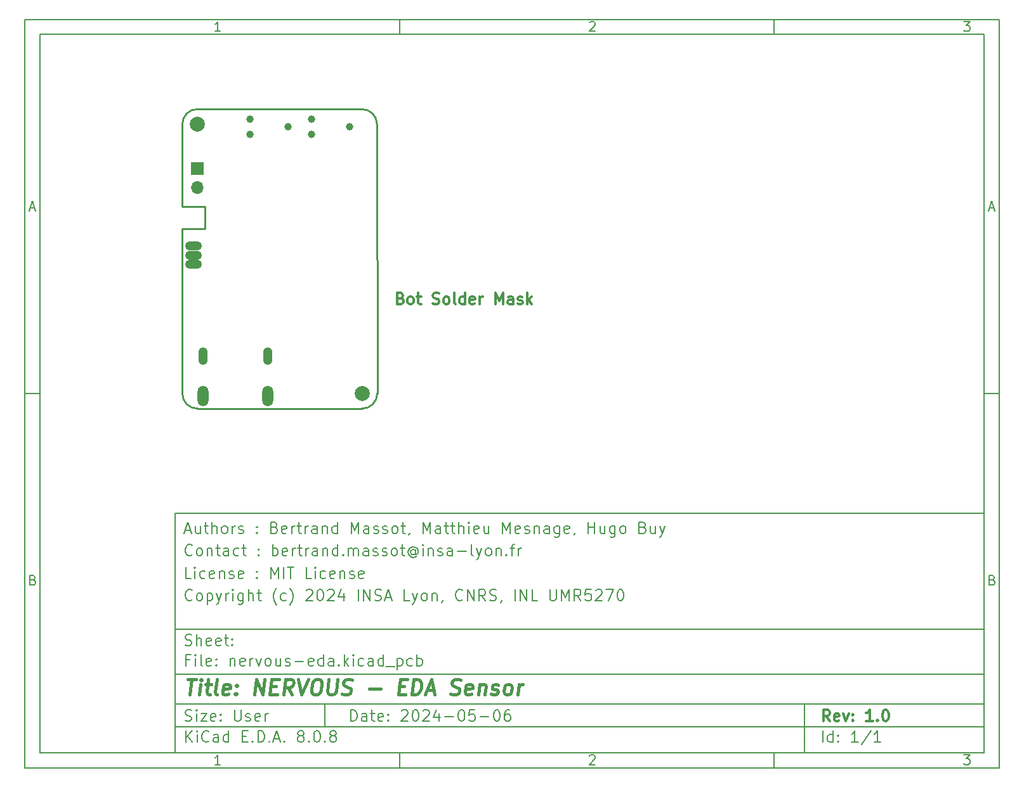
<source format=gbr>
%TF.GenerationSoftware,KiCad,Pcbnew,8.0.8*%
%TF.CreationDate,2025-02-28T15:56:35+01:00*%
%TF.ProjectId,nervous-eda,6e657276-6f75-4732-9d65-64612e6b6963,1.0*%
%TF.SameCoordinates,Original*%
%TF.FileFunction,Soldermask,Bot*%
%TF.FilePolarity,Negative*%
%FSLAX46Y46*%
G04 Gerber Fmt 4.6, Leading zero omitted, Abs format (unit mm)*
G04 Created by KiCad (PCBNEW 8.0.8) date 2025-02-28 15:56:35*
%MOMM*%
%LPD*%
G01*
G04 APERTURE LIST*
%ADD10C,0.100000*%
%ADD11C,0.150000*%
%ADD12C,0.300000*%
%ADD13C,0.400000*%
%ADD14C,0.991000*%
%ADD15O,1.252400X2.352400*%
%ADD16O,1.452400X2.752400*%
%ADD17C,2.000000*%
%ADD18O,2.236000X1.220000*%
%ADD19R,1.700000X1.700000*%
%ADD20O,1.700000X1.700000*%
%TA.AperFunction,Profile*%
%ADD21C,0.254000*%
%TD*%
G04 APERTURE END LIST*
D10*
D11*
X30012000Y-75990000D02*
X138012000Y-75990000D01*
X138012000Y-107990000D01*
X30012000Y-107990000D01*
X30012000Y-75990000D01*
D10*
D11*
X10000000Y-10000000D02*
X140012000Y-10000000D01*
X140012000Y-109990000D01*
X10000000Y-109990000D01*
X10000000Y-10000000D01*
D10*
D11*
X12000000Y-12000000D02*
X138012000Y-12000000D01*
X138012000Y-107990000D01*
X12000000Y-107990000D01*
X12000000Y-12000000D01*
D10*
D11*
X60000000Y-12000000D02*
X60000000Y-10000000D01*
D10*
D11*
X110000000Y-12000000D02*
X110000000Y-10000000D01*
D10*
D11*
X36089160Y-11593604D02*
X35346303Y-11593604D01*
X35717731Y-11593604D02*
X35717731Y-10293604D01*
X35717731Y-10293604D02*
X35593922Y-10479319D01*
X35593922Y-10479319D02*
X35470112Y-10603128D01*
X35470112Y-10603128D02*
X35346303Y-10665033D01*
D10*
D11*
X85346303Y-10417414D02*
X85408207Y-10355509D01*
X85408207Y-10355509D02*
X85532017Y-10293604D01*
X85532017Y-10293604D02*
X85841541Y-10293604D01*
X85841541Y-10293604D02*
X85965350Y-10355509D01*
X85965350Y-10355509D02*
X86027255Y-10417414D01*
X86027255Y-10417414D02*
X86089160Y-10541223D01*
X86089160Y-10541223D02*
X86089160Y-10665033D01*
X86089160Y-10665033D02*
X86027255Y-10850747D01*
X86027255Y-10850747D02*
X85284398Y-11593604D01*
X85284398Y-11593604D02*
X86089160Y-11593604D01*
D10*
D11*
X135284398Y-10293604D02*
X136089160Y-10293604D01*
X136089160Y-10293604D02*
X135655826Y-10788842D01*
X135655826Y-10788842D02*
X135841541Y-10788842D01*
X135841541Y-10788842D02*
X135965350Y-10850747D01*
X135965350Y-10850747D02*
X136027255Y-10912652D01*
X136027255Y-10912652D02*
X136089160Y-11036461D01*
X136089160Y-11036461D02*
X136089160Y-11345985D01*
X136089160Y-11345985D02*
X136027255Y-11469795D01*
X136027255Y-11469795D02*
X135965350Y-11531700D01*
X135965350Y-11531700D02*
X135841541Y-11593604D01*
X135841541Y-11593604D02*
X135470112Y-11593604D01*
X135470112Y-11593604D02*
X135346303Y-11531700D01*
X135346303Y-11531700D02*
X135284398Y-11469795D01*
D10*
D11*
X60000000Y-107990000D02*
X60000000Y-109990000D01*
D10*
D11*
X110000000Y-107990000D02*
X110000000Y-109990000D01*
D10*
D11*
X36089160Y-109583604D02*
X35346303Y-109583604D01*
X35717731Y-109583604D02*
X35717731Y-108283604D01*
X35717731Y-108283604D02*
X35593922Y-108469319D01*
X35593922Y-108469319D02*
X35470112Y-108593128D01*
X35470112Y-108593128D02*
X35346303Y-108655033D01*
D10*
D11*
X85346303Y-108407414D02*
X85408207Y-108345509D01*
X85408207Y-108345509D02*
X85532017Y-108283604D01*
X85532017Y-108283604D02*
X85841541Y-108283604D01*
X85841541Y-108283604D02*
X85965350Y-108345509D01*
X85965350Y-108345509D02*
X86027255Y-108407414D01*
X86027255Y-108407414D02*
X86089160Y-108531223D01*
X86089160Y-108531223D02*
X86089160Y-108655033D01*
X86089160Y-108655033D02*
X86027255Y-108840747D01*
X86027255Y-108840747D02*
X85284398Y-109583604D01*
X85284398Y-109583604D02*
X86089160Y-109583604D01*
D10*
D11*
X135284398Y-108283604D02*
X136089160Y-108283604D01*
X136089160Y-108283604D02*
X135655826Y-108778842D01*
X135655826Y-108778842D02*
X135841541Y-108778842D01*
X135841541Y-108778842D02*
X135965350Y-108840747D01*
X135965350Y-108840747D02*
X136027255Y-108902652D01*
X136027255Y-108902652D02*
X136089160Y-109026461D01*
X136089160Y-109026461D02*
X136089160Y-109335985D01*
X136089160Y-109335985D02*
X136027255Y-109459795D01*
X136027255Y-109459795D02*
X135965350Y-109521700D01*
X135965350Y-109521700D02*
X135841541Y-109583604D01*
X135841541Y-109583604D02*
X135470112Y-109583604D01*
X135470112Y-109583604D02*
X135346303Y-109521700D01*
X135346303Y-109521700D02*
X135284398Y-109459795D01*
D10*
D11*
X10000000Y-60000000D02*
X12000000Y-60000000D01*
D10*
D11*
X10690476Y-35222176D02*
X11309523Y-35222176D01*
X10566666Y-35593604D02*
X10999999Y-34293604D01*
X10999999Y-34293604D02*
X11433333Y-35593604D01*
D10*
D11*
X11092857Y-84912652D02*
X11278571Y-84974557D01*
X11278571Y-84974557D02*
X11340476Y-85036461D01*
X11340476Y-85036461D02*
X11402380Y-85160271D01*
X11402380Y-85160271D02*
X11402380Y-85345985D01*
X11402380Y-85345985D02*
X11340476Y-85469795D01*
X11340476Y-85469795D02*
X11278571Y-85531700D01*
X11278571Y-85531700D02*
X11154761Y-85593604D01*
X11154761Y-85593604D02*
X10659523Y-85593604D01*
X10659523Y-85593604D02*
X10659523Y-84293604D01*
X10659523Y-84293604D02*
X11092857Y-84293604D01*
X11092857Y-84293604D02*
X11216666Y-84355509D01*
X11216666Y-84355509D02*
X11278571Y-84417414D01*
X11278571Y-84417414D02*
X11340476Y-84541223D01*
X11340476Y-84541223D02*
X11340476Y-84665033D01*
X11340476Y-84665033D02*
X11278571Y-84788842D01*
X11278571Y-84788842D02*
X11216666Y-84850747D01*
X11216666Y-84850747D02*
X11092857Y-84912652D01*
X11092857Y-84912652D02*
X10659523Y-84912652D01*
D10*
D11*
X140012000Y-60000000D02*
X138012000Y-60000000D01*
D10*
D11*
X138702476Y-35222176D02*
X139321523Y-35222176D01*
X138578666Y-35593604D02*
X139011999Y-34293604D01*
X139011999Y-34293604D02*
X139445333Y-35593604D01*
D10*
D11*
X139104857Y-84912652D02*
X139290571Y-84974557D01*
X139290571Y-84974557D02*
X139352476Y-85036461D01*
X139352476Y-85036461D02*
X139414380Y-85160271D01*
X139414380Y-85160271D02*
X139414380Y-85345985D01*
X139414380Y-85345985D02*
X139352476Y-85469795D01*
X139352476Y-85469795D02*
X139290571Y-85531700D01*
X139290571Y-85531700D02*
X139166761Y-85593604D01*
X139166761Y-85593604D02*
X138671523Y-85593604D01*
X138671523Y-85593604D02*
X138671523Y-84293604D01*
X138671523Y-84293604D02*
X139104857Y-84293604D01*
X139104857Y-84293604D02*
X139228666Y-84355509D01*
X139228666Y-84355509D02*
X139290571Y-84417414D01*
X139290571Y-84417414D02*
X139352476Y-84541223D01*
X139352476Y-84541223D02*
X139352476Y-84665033D01*
X139352476Y-84665033D02*
X139290571Y-84788842D01*
X139290571Y-84788842D02*
X139228666Y-84850747D01*
X139228666Y-84850747D02*
X139104857Y-84912652D01*
X139104857Y-84912652D02*
X138671523Y-84912652D01*
D10*
D11*
X53467826Y-103776128D02*
X53467826Y-102276128D01*
X53467826Y-102276128D02*
X53824969Y-102276128D01*
X53824969Y-102276128D02*
X54039255Y-102347557D01*
X54039255Y-102347557D02*
X54182112Y-102490414D01*
X54182112Y-102490414D02*
X54253541Y-102633271D01*
X54253541Y-102633271D02*
X54324969Y-102918985D01*
X54324969Y-102918985D02*
X54324969Y-103133271D01*
X54324969Y-103133271D02*
X54253541Y-103418985D01*
X54253541Y-103418985D02*
X54182112Y-103561842D01*
X54182112Y-103561842D02*
X54039255Y-103704700D01*
X54039255Y-103704700D02*
X53824969Y-103776128D01*
X53824969Y-103776128D02*
X53467826Y-103776128D01*
X55610684Y-103776128D02*
X55610684Y-102990414D01*
X55610684Y-102990414D02*
X55539255Y-102847557D01*
X55539255Y-102847557D02*
X55396398Y-102776128D01*
X55396398Y-102776128D02*
X55110684Y-102776128D01*
X55110684Y-102776128D02*
X54967826Y-102847557D01*
X55610684Y-103704700D02*
X55467826Y-103776128D01*
X55467826Y-103776128D02*
X55110684Y-103776128D01*
X55110684Y-103776128D02*
X54967826Y-103704700D01*
X54967826Y-103704700D02*
X54896398Y-103561842D01*
X54896398Y-103561842D02*
X54896398Y-103418985D01*
X54896398Y-103418985D02*
X54967826Y-103276128D01*
X54967826Y-103276128D02*
X55110684Y-103204700D01*
X55110684Y-103204700D02*
X55467826Y-103204700D01*
X55467826Y-103204700D02*
X55610684Y-103133271D01*
X56110684Y-102776128D02*
X56682112Y-102776128D01*
X56324969Y-102276128D02*
X56324969Y-103561842D01*
X56324969Y-103561842D02*
X56396398Y-103704700D01*
X56396398Y-103704700D02*
X56539255Y-103776128D01*
X56539255Y-103776128D02*
X56682112Y-103776128D01*
X57753541Y-103704700D02*
X57610684Y-103776128D01*
X57610684Y-103776128D02*
X57324970Y-103776128D01*
X57324970Y-103776128D02*
X57182112Y-103704700D01*
X57182112Y-103704700D02*
X57110684Y-103561842D01*
X57110684Y-103561842D02*
X57110684Y-102990414D01*
X57110684Y-102990414D02*
X57182112Y-102847557D01*
X57182112Y-102847557D02*
X57324970Y-102776128D01*
X57324970Y-102776128D02*
X57610684Y-102776128D01*
X57610684Y-102776128D02*
X57753541Y-102847557D01*
X57753541Y-102847557D02*
X57824970Y-102990414D01*
X57824970Y-102990414D02*
X57824970Y-103133271D01*
X57824970Y-103133271D02*
X57110684Y-103276128D01*
X58467826Y-103633271D02*
X58539255Y-103704700D01*
X58539255Y-103704700D02*
X58467826Y-103776128D01*
X58467826Y-103776128D02*
X58396398Y-103704700D01*
X58396398Y-103704700D02*
X58467826Y-103633271D01*
X58467826Y-103633271D02*
X58467826Y-103776128D01*
X58467826Y-102847557D02*
X58539255Y-102918985D01*
X58539255Y-102918985D02*
X58467826Y-102990414D01*
X58467826Y-102990414D02*
X58396398Y-102918985D01*
X58396398Y-102918985D02*
X58467826Y-102847557D01*
X58467826Y-102847557D02*
X58467826Y-102990414D01*
X60253541Y-102418985D02*
X60324969Y-102347557D01*
X60324969Y-102347557D02*
X60467827Y-102276128D01*
X60467827Y-102276128D02*
X60824969Y-102276128D01*
X60824969Y-102276128D02*
X60967827Y-102347557D01*
X60967827Y-102347557D02*
X61039255Y-102418985D01*
X61039255Y-102418985D02*
X61110684Y-102561842D01*
X61110684Y-102561842D02*
X61110684Y-102704700D01*
X61110684Y-102704700D02*
X61039255Y-102918985D01*
X61039255Y-102918985D02*
X60182112Y-103776128D01*
X60182112Y-103776128D02*
X61110684Y-103776128D01*
X62039255Y-102276128D02*
X62182112Y-102276128D01*
X62182112Y-102276128D02*
X62324969Y-102347557D01*
X62324969Y-102347557D02*
X62396398Y-102418985D01*
X62396398Y-102418985D02*
X62467826Y-102561842D01*
X62467826Y-102561842D02*
X62539255Y-102847557D01*
X62539255Y-102847557D02*
X62539255Y-103204700D01*
X62539255Y-103204700D02*
X62467826Y-103490414D01*
X62467826Y-103490414D02*
X62396398Y-103633271D01*
X62396398Y-103633271D02*
X62324969Y-103704700D01*
X62324969Y-103704700D02*
X62182112Y-103776128D01*
X62182112Y-103776128D02*
X62039255Y-103776128D01*
X62039255Y-103776128D02*
X61896398Y-103704700D01*
X61896398Y-103704700D02*
X61824969Y-103633271D01*
X61824969Y-103633271D02*
X61753540Y-103490414D01*
X61753540Y-103490414D02*
X61682112Y-103204700D01*
X61682112Y-103204700D02*
X61682112Y-102847557D01*
X61682112Y-102847557D02*
X61753540Y-102561842D01*
X61753540Y-102561842D02*
X61824969Y-102418985D01*
X61824969Y-102418985D02*
X61896398Y-102347557D01*
X61896398Y-102347557D02*
X62039255Y-102276128D01*
X63110683Y-102418985D02*
X63182111Y-102347557D01*
X63182111Y-102347557D02*
X63324969Y-102276128D01*
X63324969Y-102276128D02*
X63682111Y-102276128D01*
X63682111Y-102276128D02*
X63824969Y-102347557D01*
X63824969Y-102347557D02*
X63896397Y-102418985D01*
X63896397Y-102418985D02*
X63967826Y-102561842D01*
X63967826Y-102561842D02*
X63967826Y-102704700D01*
X63967826Y-102704700D02*
X63896397Y-102918985D01*
X63896397Y-102918985D02*
X63039254Y-103776128D01*
X63039254Y-103776128D02*
X63967826Y-103776128D01*
X65253540Y-102776128D02*
X65253540Y-103776128D01*
X64896397Y-102204700D02*
X64539254Y-103276128D01*
X64539254Y-103276128D02*
X65467825Y-103276128D01*
X66039253Y-103204700D02*
X67182111Y-103204700D01*
X68182111Y-102276128D02*
X68324968Y-102276128D01*
X68324968Y-102276128D02*
X68467825Y-102347557D01*
X68467825Y-102347557D02*
X68539254Y-102418985D01*
X68539254Y-102418985D02*
X68610682Y-102561842D01*
X68610682Y-102561842D02*
X68682111Y-102847557D01*
X68682111Y-102847557D02*
X68682111Y-103204700D01*
X68682111Y-103204700D02*
X68610682Y-103490414D01*
X68610682Y-103490414D02*
X68539254Y-103633271D01*
X68539254Y-103633271D02*
X68467825Y-103704700D01*
X68467825Y-103704700D02*
X68324968Y-103776128D01*
X68324968Y-103776128D02*
X68182111Y-103776128D01*
X68182111Y-103776128D02*
X68039254Y-103704700D01*
X68039254Y-103704700D02*
X67967825Y-103633271D01*
X67967825Y-103633271D02*
X67896396Y-103490414D01*
X67896396Y-103490414D02*
X67824968Y-103204700D01*
X67824968Y-103204700D02*
X67824968Y-102847557D01*
X67824968Y-102847557D02*
X67896396Y-102561842D01*
X67896396Y-102561842D02*
X67967825Y-102418985D01*
X67967825Y-102418985D02*
X68039254Y-102347557D01*
X68039254Y-102347557D02*
X68182111Y-102276128D01*
X70039253Y-102276128D02*
X69324967Y-102276128D01*
X69324967Y-102276128D02*
X69253539Y-102990414D01*
X69253539Y-102990414D02*
X69324967Y-102918985D01*
X69324967Y-102918985D02*
X69467825Y-102847557D01*
X69467825Y-102847557D02*
X69824967Y-102847557D01*
X69824967Y-102847557D02*
X69967825Y-102918985D01*
X69967825Y-102918985D02*
X70039253Y-102990414D01*
X70039253Y-102990414D02*
X70110682Y-103133271D01*
X70110682Y-103133271D02*
X70110682Y-103490414D01*
X70110682Y-103490414D02*
X70039253Y-103633271D01*
X70039253Y-103633271D02*
X69967825Y-103704700D01*
X69967825Y-103704700D02*
X69824967Y-103776128D01*
X69824967Y-103776128D02*
X69467825Y-103776128D01*
X69467825Y-103776128D02*
X69324967Y-103704700D01*
X69324967Y-103704700D02*
X69253539Y-103633271D01*
X70753538Y-103204700D02*
X71896396Y-103204700D01*
X72896396Y-102276128D02*
X73039253Y-102276128D01*
X73039253Y-102276128D02*
X73182110Y-102347557D01*
X73182110Y-102347557D02*
X73253539Y-102418985D01*
X73253539Y-102418985D02*
X73324967Y-102561842D01*
X73324967Y-102561842D02*
X73396396Y-102847557D01*
X73396396Y-102847557D02*
X73396396Y-103204700D01*
X73396396Y-103204700D02*
X73324967Y-103490414D01*
X73324967Y-103490414D02*
X73253539Y-103633271D01*
X73253539Y-103633271D02*
X73182110Y-103704700D01*
X73182110Y-103704700D02*
X73039253Y-103776128D01*
X73039253Y-103776128D02*
X72896396Y-103776128D01*
X72896396Y-103776128D02*
X72753539Y-103704700D01*
X72753539Y-103704700D02*
X72682110Y-103633271D01*
X72682110Y-103633271D02*
X72610681Y-103490414D01*
X72610681Y-103490414D02*
X72539253Y-103204700D01*
X72539253Y-103204700D02*
X72539253Y-102847557D01*
X72539253Y-102847557D02*
X72610681Y-102561842D01*
X72610681Y-102561842D02*
X72682110Y-102418985D01*
X72682110Y-102418985D02*
X72753539Y-102347557D01*
X72753539Y-102347557D02*
X72896396Y-102276128D01*
X74682110Y-102276128D02*
X74396395Y-102276128D01*
X74396395Y-102276128D02*
X74253538Y-102347557D01*
X74253538Y-102347557D02*
X74182110Y-102418985D01*
X74182110Y-102418985D02*
X74039252Y-102633271D01*
X74039252Y-102633271D02*
X73967824Y-102918985D01*
X73967824Y-102918985D02*
X73967824Y-103490414D01*
X73967824Y-103490414D02*
X74039252Y-103633271D01*
X74039252Y-103633271D02*
X74110681Y-103704700D01*
X74110681Y-103704700D02*
X74253538Y-103776128D01*
X74253538Y-103776128D02*
X74539252Y-103776128D01*
X74539252Y-103776128D02*
X74682110Y-103704700D01*
X74682110Y-103704700D02*
X74753538Y-103633271D01*
X74753538Y-103633271D02*
X74824967Y-103490414D01*
X74824967Y-103490414D02*
X74824967Y-103133271D01*
X74824967Y-103133271D02*
X74753538Y-102990414D01*
X74753538Y-102990414D02*
X74682110Y-102918985D01*
X74682110Y-102918985D02*
X74539252Y-102847557D01*
X74539252Y-102847557D02*
X74253538Y-102847557D01*
X74253538Y-102847557D02*
X74110681Y-102918985D01*
X74110681Y-102918985D02*
X74039252Y-102990414D01*
X74039252Y-102990414D02*
X73967824Y-103133271D01*
D10*
D11*
X30012000Y-104490000D02*
X138012000Y-104490000D01*
D10*
D11*
X31467826Y-106576128D02*
X31467826Y-105076128D01*
X32324969Y-106576128D02*
X31682112Y-105718985D01*
X32324969Y-105076128D02*
X31467826Y-105933271D01*
X32967826Y-106576128D02*
X32967826Y-105576128D01*
X32967826Y-105076128D02*
X32896398Y-105147557D01*
X32896398Y-105147557D02*
X32967826Y-105218985D01*
X32967826Y-105218985D02*
X33039255Y-105147557D01*
X33039255Y-105147557D02*
X32967826Y-105076128D01*
X32967826Y-105076128D02*
X32967826Y-105218985D01*
X34539255Y-106433271D02*
X34467827Y-106504700D01*
X34467827Y-106504700D02*
X34253541Y-106576128D01*
X34253541Y-106576128D02*
X34110684Y-106576128D01*
X34110684Y-106576128D02*
X33896398Y-106504700D01*
X33896398Y-106504700D02*
X33753541Y-106361842D01*
X33753541Y-106361842D02*
X33682112Y-106218985D01*
X33682112Y-106218985D02*
X33610684Y-105933271D01*
X33610684Y-105933271D02*
X33610684Y-105718985D01*
X33610684Y-105718985D02*
X33682112Y-105433271D01*
X33682112Y-105433271D02*
X33753541Y-105290414D01*
X33753541Y-105290414D02*
X33896398Y-105147557D01*
X33896398Y-105147557D02*
X34110684Y-105076128D01*
X34110684Y-105076128D02*
X34253541Y-105076128D01*
X34253541Y-105076128D02*
X34467827Y-105147557D01*
X34467827Y-105147557D02*
X34539255Y-105218985D01*
X35824970Y-106576128D02*
X35824970Y-105790414D01*
X35824970Y-105790414D02*
X35753541Y-105647557D01*
X35753541Y-105647557D02*
X35610684Y-105576128D01*
X35610684Y-105576128D02*
X35324970Y-105576128D01*
X35324970Y-105576128D02*
X35182112Y-105647557D01*
X35824970Y-106504700D02*
X35682112Y-106576128D01*
X35682112Y-106576128D02*
X35324970Y-106576128D01*
X35324970Y-106576128D02*
X35182112Y-106504700D01*
X35182112Y-106504700D02*
X35110684Y-106361842D01*
X35110684Y-106361842D02*
X35110684Y-106218985D01*
X35110684Y-106218985D02*
X35182112Y-106076128D01*
X35182112Y-106076128D02*
X35324970Y-106004700D01*
X35324970Y-106004700D02*
X35682112Y-106004700D01*
X35682112Y-106004700D02*
X35824970Y-105933271D01*
X37182113Y-106576128D02*
X37182113Y-105076128D01*
X37182113Y-106504700D02*
X37039255Y-106576128D01*
X37039255Y-106576128D02*
X36753541Y-106576128D01*
X36753541Y-106576128D02*
X36610684Y-106504700D01*
X36610684Y-106504700D02*
X36539255Y-106433271D01*
X36539255Y-106433271D02*
X36467827Y-106290414D01*
X36467827Y-106290414D02*
X36467827Y-105861842D01*
X36467827Y-105861842D02*
X36539255Y-105718985D01*
X36539255Y-105718985D02*
X36610684Y-105647557D01*
X36610684Y-105647557D02*
X36753541Y-105576128D01*
X36753541Y-105576128D02*
X37039255Y-105576128D01*
X37039255Y-105576128D02*
X37182113Y-105647557D01*
X39039255Y-105790414D02*
X39539255Y-105790414D01*
X39753541Y-106576128D02*
X39039255Y-106576128D01*
X39039255Y-106576128D02*
X39039255Y-105076128D01*
X39039255Y-105076128D02*
X39753541Y-105076128D01*
X40396398Y-106433271D02*
X40467827Y-106504700D01*
X40467827Y-106504700D02*
X40396398Y-106576128D01*
X40396398Y-106576128D02*
X40324970Y-106504700D01*
X40324970Y-106504700D02*
X40396398Y-106433271D01*
X40396398Y-106433271D02*
X40396398Y-106576128D01*
X41110684Y-106576128D02*
X41110684Y-105076128D01*
X41110684Y-105076128D02*
X41467827Y-105076128D01*
X41467827Y-105076128D02*
X41682113Y-105147557D01*
X41682113Y-105147557D02*
X41824970Y-105290414D01*
X41824970Y-105290414D02*
X41896399Y-105433271D01*
X41896399Y-105433271D02*
X41967827Y-105718985D01*
X41967827Y-105718985D02*
X41967827Y-105933271D01*
X41967827Y-105933271D02*
X41896399Y-106218985D01*
X41896399Y-106218985D02*
X41824970Y-106361842D01*
X41824970Y-106361842D02*
X41682113Y-106504700D01*
X41682113Y-106504700D02*
X41467827Y-106576128D01*
X41467827Y-106576128D02*
X41110684Y-106576128D01*
X42610684Y-106433271D02*
X42682113Y-106504700D01*
X42682113Y-106504700D02*
X42610684Y-106576128D01*
X42610684Y-106576128D02*
X42539256Y-106504700D01*
X42539256Y-106504700D02*
X42610684Y-106433271D01*
X42610684Y-106433271D02*
X42610684Y-106576128D01*
X43253542Y-106147557D02*
X43967828Y-106147557D01*
X43110685Y-106576128D02*
X43610685Y-105076128D01*
X43610685Y-105076128D02*
X44110685Y-106576128D01*
X44610684Y-106433271D02*
X44682113Y-106504700D01*
X44682113Y-106504700D02*
X44610684Y-106576128D01*
X44610684Y-106576128D02*
X44539256Y-106504700D01*
X44539256Y-106504700D02*
X44610684Y-106433271D01*
X44610684Y-106433271D02*
X44610684Y-106576128D01*
X46682113Y-105718985D02*
X46539256Y-105647557D01*
X46539256Y-105647557D02*
X46467827Y-105576128D01*
X46467827Y-105576128D02*
X46396399Y-105433271D01*
X46396399Y-105433271D02*
X46396399Y-105361842D01*
X46396399Y-105361842D02*
X46467827Y-105218985D01*
X46467827Y-105218985D02*
X46539256Y-105147557D01*
X46539256Y-105147557D02*
X46682113Y-105076128D01*
X46682113Y-105076128D02*
X46967827Y-105076128D01*
X46967827Y-105076128D02*
X47110685Y-105147557D01*
X47110685Y-105147557D02*
X47182113Y-105218985D01*
X47182113Y-105218985D02*
X47253542Y-105361842D01*
X47253542Y-105361842D02*
X47253542Y-105433271D01*
X47253542Y-105433271D02*
X47182113Y-105576128D01*
X47182113Y-105576128D02*
X47110685Y-105647557D01*
X47110685Y-105647557D02*
X46967827Y-105718985D01*
X46967827Y-105718985D02*
X46682113Y-105718985D01*
X46682113Y-105718985D02*
X46539256Y-105790414D01*
X46539256Y-105790414D02*
X46467827Y-105861842D01*
X46467827Y-105861842D02*
X46396399Y-106004700D01*
X46396399Y-106004700D02*
X46396399Y-106290414D01*
X46396399Y-106290414D02*
X46467827Y-106433271D01*
X46467827Y-106433271D02*
X46539256Y-106504700D01*
X46539256Y-106504700D02*
X46682113Y-106576128D01*
X46682113Y-106576128D02*
X46967827Y-106576128D01*
X46967827Y-106576128D02*
X47110685Y-106504700D01*
X47110685Y-106504700D02*
X47182113Y-106433271D01*
X47182113Y-106433271D02*
X47253542Y-106290414D01*
X47253542Y-106290414D02*
X47253542Y-106004700D01*
X47253542Y-106004700D02*
X47182113Y-105861842D01*
X47182113Y-105861842D02*
X47110685Y-105790414D01*
X47110685Y-105790414D02*
X46967827Y-105718985D01*
X47896398Y-106433271D02*
X47967827Y-106504700D01*
X47967827Y-106504700D02*
X47896398Y-106576128D01*
X47896398Y-106576128D02*
X47824970Y-106504700D01*
X47824970Y-106504700D02*
X47896398Y-106433271D01*
X47896398Y-106433271D02*
X47896398Y-106576128D01*
X48896399Y-105076128D02*
X49039256Y-105076128D01*
X49039256Y-105076128D02*
X49182113Y-105147557D01*
X49182113Y-105147557D02*
X49253542Y-105218985D01*
X49253542Y-105218985D02*
X49324970Y-105361842D01*
X49324970Y-105361842D02*
X49396399Y-105647557D01*
X49396399Y-105647557D02*
X49396399Y-106004700D01*
X49396399Y-106004700D02*
X49324970Y-106290414D01*
X49324970Y-106290414D02*
X49253542Y-106433271D01*
X49253542Y-106433271D02*
X49182113Y-106504700D01*
X49182113Y-106504700D02*
X49039256Y-106576128D01*
X49039256Y-106576128D02*
X48896399Y-106576128D01*
X48896399Y-106576128D02*
X48753542Y-106504700D01*
X48753542Y-106504700D02*
X48682113Y-106433271D01*
X48682113Y-106433271D02*
X48610684Y-106290414D01*
X48610684Y-106290414D02*
X48539256Y-106004700D01*
X48539256Y-106004700D02*
X48539256Y-105647557D01*
X48539256Y-105647557D02*
X48610684Y-105361842D01*
X48610684Y-105361842D02*
X48682113Y-105218985D01*
X48682113Y-105218985D02*
X48753542Y-105147557D01*
X48753542Y-105147557D02*
X48896399Y-105076128D01*
X50039255Y-106433271D02*
X50110684Y-106504700D01*
X50110684Y-106504700D02*
X50039255Y-106576128D01*
X50039255Y-106576128D02*
X49967827Y-106504700D01*
X49967827Y-106504700D02*
X50039255Y-106433271D01*
X50039255Y-106433271D02*
X50039255Y-106576128D01*
X50967827Y-105718985D02*
X50824970Y-105647557D01*
X50824970Y-105647557D02*
X50753541Y-105576128D01*
X50753541Y-105576128D02*
X50682113Y-105433271D01*
X50682113Y-105433271D02*
X50682113Y-105361842D01*
X50682113Y-105361842D02*
X50753541Y-105218985D01*
X50753541Y-105218985D02*
X50824970Y-105147557D01*
X50824970Y-105147557D02*
X50967827Y-105076128D01*
X50967827Y-105076128D02*
X51253541Y-105076128D01*
X51253541Y-105076128D02*
X51396399Y-105147557D01*
X51396399Y-105147557D02*
X51467827Y-105218985D01*
X51467827Y-105218985D02*
X51539256Y-105361842D01*
X51539256Y-105361842D02*
X51539256Y-105433271D01*
X51539256Y-105433271D02*
X51467827Y-105576128D01*
X51467827Y-105576128D02*
X51396399Y-105647557D01*
X51396399Y-105647557D02*
X51253541Y-105718985D01*
X51253541Y-105718985D02*
X50967827Y-105718985D01*
X50967827Y-105718985D02*
X50824970Y-105790414D01*
X50824970Y-105790414D02*
X50753541Y-105861842D01*
X50753541Y-105861842D02*
X50682113Y-106004700D01*
X50682113Y-106004700D02*
X50682113Y-106290414D01*
X50682113Y-106290414D02*
X50753541Y-106433271D01*
X50753541Y-106433271D02*
X50824970Y-106504700D01*
X50824970Y-106504700D02*
X50967827Y-106576128D01*
X50967827Y-106576128D02*
X51253541Y-106576128D01*
X51253541Y-106576128D02*
X51396399Y-106504700D01*
X51396399Y-106504700D02*
X51467827Y-106433271D01*
X51467827Y-106433271D02*
X51539256Y-106290414D01*
X51539256Y-106290414D02*
X51539256Y-106004700D01*
X51539256Y-106004700D02*
X51467827Y-105861842D01*
X51467827Y-105861842D02*
X51396399Y-105790414D01*
X51396399Y-105790414D02*
X51253541Y-105718985D01*
D10*
D11*
X30012000Y-101490000D02*
X138012000Y-101490000D01*
D10*
D12*
X117423653Y-103768328D02*
X116923653Y-103054042D01*
X116566510Y-103768328D02*
X116566510Y-102268328D01*
X116566510Y-102268328D02*
X117137939Y-102268328D01*
X117137939Y-102268328D02*
X117280796Y-102339757D01*
X117280796Y-102339757D02*
X117352225Y-102411185D01*
X117352225Y-102411185D02*
X117423653Y-102554042D01*
X117423653Y-102554042D02*
X117423653Y-102768328D01*
X117423653Y-102768328D02*
X117352225Y-102911185D01*
X117352225Y-102911185D02*
X117280796Y-102982614D01*
X117280796Y-102982614D02*
X117137939Y-103054042D01*
X117137939Y-103054042D02*
X116566510Y-103054042D01*
X118637939Y-103696900D02*
X118495082Y-103768328D01*
X118495082Y-103768328D02*
X118209368Y-103768328D01*
X118209368Y-103768328D02*
X118066510Y-103696900D01*
X118066510Y-103696900D02*
X117995082Y-103554042D01*
X117995082Y-103554042D02*
X117995082Y-102982614D01*
X117995082Y-102982614D02*
X118066510Y-102839757D01*
X118066510Y-102839757D02*
X118209368Y-102768328D01*
X118209368Y-102768328D02*
X118495082Y-102768328D01*
X118495082Y-102768328D02*
X118637939Y-102839757D01*
X118637939Y-102839757D02*
X118709368Y-102982614D01*
X118709368Y-102982614D02*
X118709368Y-103125471D01*
X118709368Y-103125471D02*
X117995082Y-103268328D01*
X119209367Y-102768328D02*
X119566510Y-103768328D01*
X119566510Y-103768328D02*
X119923653Y-102768328D01*
X120495081Y-103625471D02*
X120566510Y-103696900D01*
X120566510Y-103696900D02*
X120495081Y-103768328D01*
X120495081Y-103768328D02*
X120423653Y-103696900D01*
X120423653Y-103696900D02*
X120495081Y-103625471D01*
X120495081Y-103625471D02*
X120495081Y-103768328D01*
X120495081Y-102839757D02*
X120566510Y-102911185D01*
X120566510Y-102911185D02*
X120495081Y-102982614D01*
X120495081Y-102982614D02*
X120423653Y-102911185D01*
X120423653Y-102911185D02*
X120495081Y-102839757D01*
X120495081Y-102839757D02*
X120495081Y-102982614D01*
X123137939Y-103768328D02*
X122280796Y-103768328D01*
X122709367Y-103768328D02*
X122709367Y-102268328D01*
X122709367Y-102268328D02*
X122566510Y-102482614D01*
X122566510Y-102482614D02*
X122423653Y-102625471D01*
X122423653Y-102625471D02*
X122280796Y-102696900D01*
X123780795Y-103625471D02*
X123852224Y-103696900D01*
X123852224Y-103696900D02*
X123780795Y-103768328D01*
X123780795Y-103768328D02*
X123709367Y-103696900D01*
X123709367Y-103696900D02*
X123780795Y-103625471D01*
X123780795Y-103625471D02*
X123780795Y-103768328D01*
X124780796Y-102268328D02*
X124923653Y-102268328D01*
X124923653Y-102268328D02*
X125066510Y-102339757D01*
X125066510Y-102339757D02*
X125137939Y-102411185D01*
X125137939Y-102411185D02*
X125209367Y-102554042D01*
X125209367Y-102554042D02*
X125280796Y-102839757D01*
X125280796Y-102839757D02*
X125280796Y-103196900D01*
X125280796Y-103196900D02*
X125209367Y-103482614D01*
X125209367Y-103482614D02*
X125137939Y-103625471D01*
X125137939Y-103625471D02*
X125066510Y-103696900D01*
X125066510Y-103696900D02*
X124923653Y-103768328D01*
X124923653Y-103768328D02*
X124780796Y-103768328D01*
X124780796Y-103768328D02*
X124637939Y-103696900D01*
X124637939Y-103696900D02*
X124566510Y-103625471D01*
X124566510Y-103625471D02*
X124495081Y-103482614D01*
X124495081Y-103482614D02*
X124423653Y-103196900D01*
X124423653Y-103196900D02*
X124423653Y-102839757D01*
X124423653Y-102839757D02*
X124495081Y-102554042D01*
X124495081Y-102554042D02*
X124566510Y-102411185D01*
X124566510Y-102411185D02*
X124637939Y-102339757D01*
X124637939Y-102339757D02*
X124780796Y-102268328D01*
D10*
D11*
X31396398Y-103704700D02*
X31610684Y-103776128D01*
X31610684Y-103776128D02*
X31967826Y-103776128D01*
X31967826Y-103776128D02*
X32110684Y-103704700D01*
X32110684Y-103704700D02*
X32182112Y-103633271D01*
X32182112Y-103633271D02*
X32253541Y-103490414D01*
X32253541Y-103490414D02*
X32253541Y-103347557D01*
X32253541Y-103347557D02*
X32182112Y-103204700D01*
X32182112Y-103204700D02*
X32110684Y-103133271D01*
X32110684Y-103133271D02*
X31967826Y-103061842D01*
X31967826Y-103061842D02*
X31682112Y-102990414D01*
X31682112Y-102990414D02*
X31539255Y-102918985D01*
X31539255Y-102918985D02*
X31467826Y-102847557D01*
X31467826Y-102847557D02*
X31396398Y-102704700D01*
X31396398Y-102704700D02*
X31396398Y-102561842D01*
X31396398Y-102561842D02*
X31467826Y-102418985D01*
X31467826Y-102418985D02*
X31539255Y-102347557D01*
X31539255Y-102347557D02*
X31682112Y-102276128D01*
X31682112Y-102276128D02*
X32039255Y-102276128D01*
X32039255Y-102276128D02*
X32253541Y-102347557D01*
X32896397Y-103776128D02*
X32896397Y-102776128D01*
X32896397Y-102276128D02*
X32824969Y-102347557D01*
X32824969Y-102347557D02*
X32896397Y-102418985D01*
X32896397Y-102418985D02*
X32967826Y-102347557D01*
X32967826Y-102347557D02*
X32896397Y-102276128D01*
X32896397Y-102276128D02*
X32896397Y-102418985D01*
X33467826Y-102776128D02*
X34253541Y-102776128D01*
X34253541Y-102776128D02*
X33467826Y-103776128D01*
X33467826Y-103776128D02*
X34253541Y-103776128D01*
X35396398Y-103704700D02*
X35253541Y-103776128D01*
X35253541Y-103776128D02*
X34967827Y-103776128D01*
X34967827Y-103776128D02*
X34824969Y-103704700D01*
X34824969Y-103704700D02*
X34753541Y-103561842D01*
X34753541Y-103561842D02*
X34753541Y-102990414D01*
X34753541Y-102990414D02*
X34824969Y-102847557D01*
X34824969Y-102847557D02*
X34967827Y-102776128D01*
X34967827Y-102776128D02*
X35253541Y-102776128D01*
X35253541Y-102776128D02*
X35396398Y-102847557D01*
X35396398Y-102847557D02*
X35467827Y-102990414D01*
X35467827Y-102990414D02*
X35467827Y-103133271D01*
X35467827Y-103133271D02*
X34753541Y-103276128D01*
X36110683Y-103633271D02*
X36182112Y-103704700D01*
X36182112Y-103704700D02*
X36110683Y-103776128D01*
X36110683Y-103776128D02*
X36039255Y-103704700D01*
X36039255Y-103704700D02*
X36110683Y-103633271D01*
X36110683Y-103633271D02*
X36110683Y-103776128D01*
X36110683Y-102847557D02*
X36182112Y-102918985D01*
X36182112Y-102918985D02*
X36110683Y-102990414D01*
X36110683Y-102990414D02*
X36039255Y-102918985D01*
X36039255Y-102918985D02*
X36110683Y-102847557D01*
X36110683Y-102847557D02*
X36110683Y-102990414D01*
X37967826Y-102276128D02*
X37967826Y-103490414D01*
X37967826Y-103490414D02*
X38039255Y-103633271D01*
X38039255Y-103633271D02*
X38110684Y-103704700D01*
X38110684Y-103704700D02*
X38253541Y-103776128D01*
X38253541Y-103776128D02*
X38539255Y-103776128D01*
X38539255Y-103776128D02*
X38682112Y-103704700D01*
X38682112Y-103704700D02*
X38753541Y-103633271D01*
X38753541Y-103633271D02*
X38824969Y-103490414D01*
X38824969Y-103490414D02*
X38824969Y-102276128D01*
X39467827Y-103704700D02*
X39610684Y-103776128D01*
X39610684Y-103776128D02*
X39896398Y-103776128D01*
X39896398Y-103776128D02*
X40039255Y-103704700D01*
X40039255Y-103704700D02*
X40110684Y-103561842D01*
X40110684Y-103561842D02*
X40110684Y-103490414D01*
X40110684Y-103490414D02*
X40039255Y-103347557D01*
X40039255Y-103347557D02*
X39896398Y-103276128D01*
X39896398Y-103276128D02*
X39682113Y-103276128D01*
X39682113Y-103276128D02*
X39539255Y-103204700D01*
X39539255Y-103204700D02*
X39467827Y-103061842D01*
X39467827Y-103061842D02*
X39467827Y-102990414D01*
X39467827Y-102990414D02*
X39539255Y-102847557D01*
X39539255Y-102847557D02*
X39682113Y-102776128D01*
X39682113Y-102776128D02*
X39896398Y-102776128D01*
X39896398Y-102776128D02*
X40039255Y-102847557D01*
X41324970Y-103704700D02*
X41182113Y-103776128D01*
X41182113Y-103776128D02*
X40896399Y-103776128D01*
X40896399Y-103776128D02*
X40753541Y-103704700D01*
X40753541Y-103704700D02*
X40682113Y-103561842D01*
X40682113Y-103561842D02*
X40682113Y-102990414D01*
X40682113Y-102990414D02*
X40753541Y-102847557D01*
X40753541Y-102847557D02*
X40896399Y-102776128D01*
X40896399Y-102776128D02*
X41182113Y-102776128D01*
X41182113Y-102776128D02*
X41324970Y-102847557D01*
X41324970Y-102847557D02*
X41396399Y-102990414D01*
X41396399Y-102990414D02*
X41396399Y-103133271D01*
X41396399Y-103133271D02*
X40682113Y-103276128D01*
X42039255Y-103776128D02*
X42039255Y-102776128D01*
X42039255Y-103061842D02*
X42110684Y-102918985D01*
X42110684Y-102918985D02*
X42182113Y-102847557D01*
X42182113Y-102847557D02*
X42324970Y-102776128D01*
X42324970Y-102776128D02*
X42467827Y-102776128D01*
D10*
D11*
X116467826Y-106576128D02*
X116467826Y-105076128D01*
X117824970Y-106576128D02*
X117824970Y-105076128D01*
X117824970Y-106504700D02*
X117682112Y-106576128D01*
X117682112Y-106576128D02*
X117396398Y-106576128D01*
X117396398Y-106576128D02*
X117253541Y-106504700D01*
X117253541Y-106504700D02*
X117182112Y-106433271D01*
X117182112Y-106433271D02*
X117110684Y-106290414D01*
X117110684Y-106290414D02*
X117110684Y-105861842D01*
X117110684Y-105861842D02*
X117182112Y-105718985D01*
X117182112Y-105718985D02*
X117253541Y-105647557D01*
X117253541Y-105647557D02*
X117396398Y-105576128D01*
X117396398Y-105576128D02*
X117682112Y-105576128D01*
X117682112Y-105576128D02*
X117824970Y-105647557D01*
X118539255Y-106433271D02*
X118610684Y-106504700D01*
X118610684Y-106504700D02*
X118539255Y-106576128D01*
X118539255Y-106576128D02*
X118467827Y-106504700D01*
X118467827Y-106504700D02*
X118539255Y-106433271D01*
X118539255Y-106433271D02*
X118539255Y-106576128D01*
X118539255Y-105647557D02*
X118610684Y-105718985D01*
X118610684Y-105718985D02*
X118539255Y-105790414D01*
X118539255Y-105790414D02*
X118467827Y-105718985D01*
X118467827Y-105718985D02*
X118539255Y-105647557D01*
X118539255Y-105647557D02*
X118539255Y-105790414D01*
X121182113Y-106576128D02*
X120324970Y-106576128D01*
X120753541Y-106576128D02*
X120753541Y-105076128D01*
X120753541Y-105076128D02*
X120610684Y-105290414D01*
X120610684Y-105290414D02*
X120467827Y-105433271D01*
X120467827Y-105433271D02*
X120324970Y-105504700D01*
X122896398Y-105004700D02*
X121610684Y-106933271D01*
X124182113Y-106576128D02*
X123324970Y-106576128D01*
X123753541Y-106576128D02*
X123753541Y-105076128D01*
X123753541Y-105076128D02*
X123610684Y-105290414D01*
X123610684Y-105290414D02*
X123467827Y-105433271D01*
X123467827Y-105433271D02*
X123324970Y-105504700D01*
D10*
D11*
X30012000Y-97490000D02*
X138012000Y-97490000D01*
D10*
D13*
X31703728Y-98194438D02*
X32846585Y-98194438D01*
X32025157Y-100194438D02*
X32275157Y-98194438D01*
X33263252Y-100194438D02*
X33429919Y-98861104D01*
X33513252Y-98194438D02*
X33406109Y-98289676D01*
X33406109Y-98289676D02*
X33489443Y-98384914D01*
X33489443Y-98384914D02*
X33596586Y-98289676D01*
X33596586Y-98289676D02*
X33513252Y-98194438D01*
X33513252Y-98194438D02*
X33489443Y-98384914D01*
X34096586Y-98861104D02*
X34858490Y-98861104D01*
X34465633Y-98194438D02*
X34251348Y-99908723D01*
X34251348Y-99908723D02*
X34322776Y-100099200D01*
X34322776Y-100099200D02*
X34501348Y-100194438D01*
X34501348Y-100194438D02*
X34691824Y-100194438D01*
X35644205Y-100194438D02*
X35465633Y-100099200D01*
X35465633Y-100099200D02*
X35394205Y-99908723D01*
X35394205Y-99908723D02*
X35608490Y-98194438D01*
X37179919Y-100099200D02*
X36977538Y-100194438D01*
X36977538Y-100194438D02*
X36596585Y-100194438D01*
X36596585Y-100194438D02*
X36418014Y-100099200D01*
X36418014Y-100099200D02*
X36346585Y-99908723D01*
X36346585Y-99908723D02*
X36441824Y-99146819D01*
X36441824Y-99146819D02*
X36560871Y-98956342D01*
X36560871Y-98956342D02*
X36763252Y-98861104D01*
X36763252Y-98861104D02*
X37144204Y-98861104D01*
X37144204Y-98861104D02*
X37322776Y-98956342D01*
X37322776Y-98956342D02*
X37394204Y-99146819D01*
X37394204Y-99146819D02*
X37370395Y-99337295D01*
X37370395Y-99337295D02*
X36394204Y-99527771D01*
X38144205Y-100003961D02*
X38227538Y-100099200D01*
X38227538Y-100099200D02*
X38120395Y-100194438D01*
X38120395Y-100194438D02*
X38037062Y-100099200D01*
X38037062Y-100099200D02*
X38144205Y-100003961D01*
X38144205Y-100003961D02*
X38120395Y-100194438D01*
X38275157Y-98956342D02*
X38358490Y-99051580D01*
X38358490Y-99051580D02*
X38251348Y-99146819D01*
X38251348Y-99146819D02*
X38168014Y-99051580D01*
X38168014Y-99051580D02*
X38275157Y-98956342D01*
X38275157Y-98956342D02*
X38251348Y-99146819D01*
X40596586Y-100194438D02*
X40846586Y-98194438D01*
X40846586Y-98194438D02*
X41739443Y-100194438D01*
X41739443Y-100194438D02*
X41989443Y-98194438D01*
X42822777Y-99146819D02*
X43489443Y-99146819D01*
X43644205Y-100194438D02*
X42691824Y-100194438D01*
X42691824Y-100194438D02*
X42941824Y-98194438D01*
X42941824Y-98194438D02*
X43894205Y-98194438D01*
X45644205Y-100194438D02*
X45096586Y-99242057D01*
X44501348Y-100194438D02*
X44751348Y-98194438D01*
X44751348Y-98194438D02*
X45513253Y-98194438D01*
X45513253Y-98194438D02*
X45691824Y-98289676D01*
X45691824Y-98289676D02*
X45775158Y-98384914D01*
X45775158Y-98384914D02*
X45846586Y-98575390D01*
X45846586Y-98575390D02*
X45810872Y-98861104D01*
X45810872Y-98861104D02*
X45691824Y-99051580D01*
X45691824Y-99051580D02*
X45584682Y-99146819D01*
X45584682Y-99146819D02*
X45382301Y-99242057D01*
X45382301Y-99242057D02*
X44620396Y-99242057D01*
X46465634Y-98194438D02*
X46882301Y-100194438D01*
X46882301Y-100194438D02*
X47798967Y-98194438D01*
X48846587Y-98194438D02*
X49227539Y-98194438D01*
X49227539Y-98194438D02*
X49406110Y-98289676D01*
X49406110Y-98289676D02*
X49572777Y-98480152D01*
X49572777Y-98480152D02*
X49620396Y-98861104D01*
X49620396Y-98861104D02*
X49537063Y-99527771D01*
X49537063Y-99527771D02*
X49394206Y-99908723D01*
X49394206Y-99908723D02*
X49179920Y-100099200D01*
X49179920Y-100099200D02*
X48977539Y-100194438D01*
X48977539Y-100194438D02*
X48596587Y-100194438D01*
X48596587Y-100194438D02*
X48418015Y-100099200D01*
X48418015Y-100099200D02*
X48251349Y-99908723D01*
X48251349Y-99908723D02*
X48203729Y-99527771D01*
X48203729Y-99527771D02*
X48287063Y-98861104D01*
X48287063Y-98861104D02*
X48429920Y-98480152D01*
X48429920Y-98480152D02*
X48644206Y-98289676D01*
X48644206Y-98289676D02*
X48846587Y-98194438D01*
X50560872Y-98194438D02*
X50358491Y-99813485D01*
X50358491Y-99813485D02*
X50429920Y-100003961D01*
X50429920Y-100003961D02*
X50513253Y-100099200D01*
X50513253Y-100099200D02*
X50691825Y-100194438D01*
X50691825Y-100194438D02*
X51072777Y-100194438D01*
X51072777Y-100194438D02*
X51275158Y-100099200D01*
X51275158Y-100099200D02*
X51382301Y-100003961D01*
X51382301Y-100003961D02*
X51501348Y-99813485D01*
X51501348Y-99813485D02*
X51703729Y-98194438D01*
X52322777Y-100099200D02*
X52596586Y-100194438D01*
X52596586Y-100194438D02*
X53072777Y-100194438D01*
X53072777Y-100194438D02*
X53275158Y-100099200D01*
X53275158Y-100099200D02*
X53382301Y-100003961D01*
X53382301Y-100003961D02*
X53501348Y-99813485D01*
X53501348Y-99813485D02*
X53525158Y-99623009D01*
X53525158Y-99623009D02*
X53453729Y-99432533D01*
X53453729Y-99432533D02*
X53370396Y-99337295D01*
X53370396Y-99337295D02*
X53191825Y-99242057D01*
X53191825Y-99242057D02*
X52822777Y-99146819D01*
X52822777Y-99146819D02*
X52644205Y-99051580D01*
X52644205Y-99051580D02*
X52560872Y-98956342D01*
X52560872Y-98956342D02*
X52489444Y-98765866D01*
X52489444Y-98765866D02*
X52513253Y-98575390D01*
X52513253Y-98575390D02*
X52632301Y-98384914D01*
X52632301Y-98384914D02*
X52739444Y-98289676D01*
X52739444Y-98289676D02*
X52941825Y-98194438D01*
X52941825Y-98194438D02*
X53418015Y-98194438D01*
X53418015Y-98194438D02*
X53691825Y-98289676D01*
X55929920Y-99432533D02*
X57453730Y-99432533D01*
X59965635Y-99146819D02*
X60632301Y-99146819D01*
X60787063Y-100194438D02*
X59834682Y-100194438D01*
X59834682Y-100194438D02*
X60084682Y-98194438D01*
X60084682Y-98194438D02*
X61037063Y-98194438D01*
X61644206Y-100194438D02*
X61894206Y-98194438D01*
X61894206Y-98194438D02*
X62370397Y-98194438D01*
X62370397Y-98194438D02*
X62644206Y-98289676D01*
X62644206Y-98289676D02*
X62810873Y-98480152D01*
X62810873Y-98480152D02*
X62882301Y-98670628D01*
X62882301Y-98670628D02*
X62929921Y-99051580D01*
X62929921Y-99051580D02*
X62894206Y-99337295D01*
X62894206Y-99337295D02*
X62751349Y-99718247D01*
X62751349Y-99718247D02*
X62632301Y-99908723D01*
X62632301Y-99908723D02*
X62418016Y-100099200D01*
X62418016Y-100099200D02*
X62120397Y-100194438D01*
X62120397Y-100194438D02*
X61644206Y-100194438D01*
X63620397Y-99623009D02*
X64572778Y-99623009D01*
X63358492Y-100194438D02*
X64275159Y-98194438D01*
X64275159Y-98194438D02*
X64691825Y-100194438D01*
X66798969Y-100099200D02*
X67072778Y-100194438D01*
X67072778Y-100194438D02*
X67548969Y-100194438D01*
X67548969Y-100194438D02*
X67751350Y-100099200D01*
X67751350Y-100099200D02*
X67858493Y-100003961D01*
X67858493Y-100003961D02*
X67977540Y-99813485D01*
X67977540Y-99813485D02*
X68001350Y-99623009D01*
X68001350Y-99623009D02*
X67929921Y-99432533D01*
X67929921Y-99432533D02*
X67846588Y-99337295D01*
X67846588Y-99337295D02*
X67668017Y-99242057D01*
X67668017Y-99242057D02*
X67298969Y-99146819D01*
X67298969Y-99146819D02*
X67120397Y-99051580D01*
X67120397Y-99051580D02*
X67037064Y-98956342D01*
X67037064Y-98956342D02*
X66965636Y-98765866D01*
X66965636Y-98765866D02*
X66989445Y-98575390D01*
X66989445Y-98575390D02*
X67108493Y-98384914D01*
X67108493Y-98384914D02*
X67215636Y-98289676D01*
X67215636Y-98289676D02*
X67418017Y-98194438D01*
X67418017Y-98194438D02*
X67894207Y-98194438D01*
X67894207Y-98194438D02*
X68168017Y-98289676D01*
X69560874Y-100099200D02*
X69358493Y-100194438D01*
X69358493Y-100194438D02*
X68977540Y-100194438D01*
X68977540Y-100194438D02*
X68798969Y-100099200D01*
X68798969Y-100099200D02*
X68727540Y-99908723D01*
X68727540Y-99908723D02*
X68822779Y-99146819D01*
X68822779Y-99146819D02*
X68941826Y-98956342D01*
X68941826Y-98956342D02*
X69144207Y-98861104D01*
X69144207Y-98861104D02*
X69525159Y-98861104D01*
X69525159Y-98861104D02*
X69703731Y-98956342D01*
X69703731Y-98956342D02*
X69775159Y-99146819D01*
X69775159Y-99146819D02*
X69751350Y-99337295D01*
X69751350Y-99337295D02*
X68775159Y-99527771D01*
X70668017Y-98861104D02*
X70501350Y-100194438D01*
X70644207Y-99051580D02*
X70751350Y-98956342D01*
X70751350Y-98956342D02*
X70953731Y-98861104D01*
X70953731Y-98861104D02*
X71239445Y-98861104D01*
X71239445Y-98861104D02*
X71418017Y-98956342D01*
X71418017Y-98956342D02*
X71489445Y-99146819D01*
X71489445Y-99146819D02*
X71358493Y-100194438D01*
X72227541Y-100099200D02*
X72406112Y-100194438D01*
X72406112Y-100194438D02*
X72787065Y-100194438D01*
X72787065Y-100194438D02*
X72989446Y-100099200D01*
X72989446Y-100099200D02*
X73108493Y-99908723D01*
X73108493Y-99908723D02*
X73120398Y-99813485D01*
X73120398Y-99813485D02*
X73048969Y-99623009D01*
X73048969Y-99623009D02*
X72870398Y-99527771D01*
X72870398Y-99527771D02*
X72584684Y-99527771D01*
X72584684Y-99527771D02*
X72406112Y-99432533D01*
X72406112Y-99432533D02*
X72334684Y-99242057D01*
X72334684Y-99242057D02*
X72346589Y-99146819D01*
X72346589Y-99146819D02*
X72465636Y-98956342D01*
X72465636Y-98956342D02*
X72668017Y-98861104D01*
X72668017Y-98861104D02*
X72953731Y-98861104D01*
X72953731Y-98861104D02*
X73132303Y-98956342D01*
X74215637Y-100194438D02*
X74037065Y-100099200D01*
X74037065Y-100099200D02*
X73953732Y-100003961D01*
X73953732Y-100003961D02*
X73882303Y-99813485D01*
X73882303Y-99813485D02*
X73953732Y-99242057D01*
X73953732Y-99242057D02*
X74072779Y-99051580D01*
X74072779Y-99051580D02*
X74179922Y-98956342D01*
X74179922Y-98956342D02*
X74382303Y-98861104D01*
X74382303Y-98861104D02*
X74668017Y-98861104D01*
X74668017Y-98861104D02*
X74846589Y-98956342D01*
X74846589Y-98956342D02*
X74929922Y-99051580D01*
X74929922Y-99051580D02*
X75001351Y-99242057D01*
X75001351Y-99242057D02*
X74929922Y-99813485D01*
X74929922Y-99813485D02*
X74810875Y-100003961D01*
X74810875Y-100003961D02*
X74703732Y-100099200D01*
X74703732Y-100099200D02*
X74501351Y-100194438D01*
X74501351Y-100194438D02*
X74215637Y-100194438D01*
X75739446Y-100194438D02*
X75906113Y-98861104D01*
X75858494Y-99242057D02*
X75977541Y-99051580D01*
X75977541Y-99051580D02*
X76084684Y-98956342D01*
X76084684Y-98956342D02*
X76287065Y-98861104D01*
X76287065Y-98861104D02*
X76477541Y-98861104D01*
D10*
D11*
X31967826Y-95590414D02*
X31467826Y-95590414D01*
X31467826Y-96376128D02*
X31467826Y-94876128D01*
X31467826Y-94876128D02*
X32182112Y-94876128D01*
X32753540Y-96376128D02*
X32753540Y-95376128D01*
X32753540Y-94876128D02*
X32682112Y-94947557D01*
X32682112Y-94947557D02*
X32753540Y-95018985D01*
X32753540Y-95018985D02*
X32824969Y-94947557D01*
X32824969Y-94947557D02*
X32753540Y-94876128D01*
X32753540Y-94876128D02*
X32753540Y-95018985D01*
X33682112Y-96376128D02*
X33539255Y-96304700D01*
X33539255Y-96304700D02*
X33467826Y-96161842D01*
X33467826Y-96161842D02*
X33467826Y-94876128D01*
X34824969Y-96304700D02*
X34682112Y-96376128D01*
X34682112Y-96376128D02*
X34396398Y-96376128D01*
X34396398Y-96376128D02*
X34253540Y-96304700D01*
X34253540Y-96304700D02*
X34182112Y-96161842D01*
X34182112Y-96161842D02*
X34182112Y-95590414D01*
X34182112Y-95590414D02*
X34253540Y-95447557D01*
X34253540Y-95447557D02*
X34396398Y-95376128D01*
X34396398Y-95376128D02*
X34682112Y-95376128D01*
X34682112Y-95376128D02*
X34824969Y-95447557D01*
X34824969Y-95447557D02*
X34896398Y-95590414D01*
X34896398Y-95590414D02*
X34896398Y-95733271D01*
X34896398Y-95733271D02*
X34182112Y-95876128D01*
X35539254Y-96233271D02*
X35610683Y-96304700D01*
X35610683Y-96304700D02*
X35539254Y-96376128D01*
X35539254Y-96376128D02*
X35467826Y-96304700D01*
X35467826Y-96304700D02*
X35539254Y-96233271D01*
X35539254Y-96233271D02*
X35539254Y-96376128D01*
X35539254Y-95447557D02*
X35610683Y-95518985D01*
X35610683Y-95518985D02*
X35539254Y-95590414D01*
X35539254Y-95590414D02*
X35467826Y-95518985D01*
X35467826Y-95518985D02*
X35539254Y-95447557D01*
X35539254Y-95447557D02*
X35539254Y-95590414D01*
X37396397Y-95376128D02*
X37396397Y-96376128D01*
X37396397Y-95518985D02*
X37467826Y-95447557D01*
X37467826Y-95447557D02*
X37610683Y-95376128D01*
X37610683Y-95376128D02*
X37824969Y-95376128D01*
X37824969Y-95376128D02*
X37967826Y-95447557D01*
X37967826Y-95447557D02*
X38039255Y-95590414D01*
X38039255Y-95590414D02*
X38039255Y-96376128D01*
X39324969Y-96304700D02*
X39182112Y-96376128D01*
X39182112Y-96376128D02*
X38896398Y-96376128D01*
X38896398Y-96376128D02*
X38753540Y-96304700D01*
X38753540Y-96304700D02*
X38682112Y-96161842D01*
X38682112Y-96161842D02*
X38682112Y-95590414D01*
X38682112Y-95590414D02*
X38753540Y-95447557D01*
X38753540Y-95447557D02*
X38896398Y-95376128D01*
X38896398Y-95376128D02*
X39182112Y-95376128D01*
X39182112Y-95376128D02*
X39324969Y-95447557D01*
X39324969Y-95447557D02*
X39396398Y-95590414D01*
X39396398Y-95590414D02*
X39396398Y-95733271D01*
X39396398Y-95733271D02*
X38682112Y-95876128D01*
X40039254Y-96376128D02*
X40039254Y-95376128D01*
X40039254Y-95661842D02*
X40110683Y-95518985D01*
X40110683Y-95518985D02*
X40182112Y-95447557D01*
X40182112Y-95447557D02*
X40324969Y-95376128D01*
X40324969Y-95376128D02*
X40467826Y-95376128D01*
X40824968Y-95376128D02*
X41182111Y-96376128D01*
X41182111Y-96376128D02*
X41539254Y-95376128D01*
X42324968Y-96376128D02*
X42182111Y-96304700D01*
X42182111Y-96304700D02*
X42110682Y-96233271D01*
X42110682Y-96233271D02*
X42039254Y-96090414D01*
X42039254Y-96090414D02*
X42039254Y-95661842D01*
X42039254Y-95661842D02*
X42110682Y-95518985D01*
X42110682Y-95518985D02*
X42182111Y-95447557D01*
X42182111Y-95447557D02*
X42324968Y-95376128D01*
X42324968Y-95376128D02*
X42539254Y-95376128D01*
X42539254Y-95376128D02*
X42682111Y-95447557D01*
X42682111Y-95447557D02*
X42753540Y-95518985D01*
X42753540Y-95518985D02*
X42824968Y-95661842D01*
X42824968Y-95661842D02*
X42824968Y-96090414D01*
X42824968Y-96090414D02*
X42753540Y-96233271D01*
X42753540Y-96233271D02*
X42682111Y-96304700D01*
X42682111Y-96304700D02*
X42539254Y-96376128D01*
X42539254Y-96376128D02*
X42324968Y-96376128D01*
X44110683Y-95376128D02*
X44110683Y-96376128D01*
X43467825Y-95376128D02*
X43467825Y-96161842D01*
X43467825Y-96161842D02*
X43539254Y-96304700D01*
X43539254Y-96304700D02*
X43682111Y-96376128D01*
X43682111Y-96376128D02*
X43896397Y-96376128D01*
X43896397Y-96376128D02*
X44039254Y-96304700D01*
X44039254Y-96304700D02*
X44110683Y-96233271D01*
X44753540Y-96304700D02*
X44896397Y-96376128D01*
X44896397Y-96376128D02*
X45182111Y-96376128D01*
X45182111Y-96376128D02*
X45324968Y-96304700D01*
X45324968Y-96304700D02*
X45396397Y-96161842D01*
X45396397Y-96161842D02*
X45396397Y-96090414D01*
X45396397Y-96090414D02*
X45324968Y-95947557D01*
X45324968Y-95947557D02*
X45182111Y-95876128D01*
X45182111Y-95876128D02*
X44967826Y-95876128D01*
X44967826Y-95876128D02*
X44824968Y-95804700D01*
X44824968Y-95804700D02*
X44753540Y-95661842D01*
X44753540Y-95661842D02*
X44753540Y-95590414D01*
X44753540Y-95590414D02*
X44824968Y-95447557D01*
X44824968Y-95447557D02*
X44967826Y-95376128D01*
X44967826Y-95376128D02*
X45182111Y-95376128D01*
X45182111Y-95376128D02*
X45324968Y-95447557D01*
X46039254Y-95804700D02*
X47182112Y-95804700D01*
X48467826Y-96304700D02*
X48324969Y-96376128D01*
X48324969Y-96376128D02*
X48039255Y-96376128D01*
X48039255Y-96376128D02*
X47896397Y-96304700D01*
X47896397Y-96304700D02*
X47824969Y-96161842D01*
X47824969Y-96161842D02*
X47824969Y-95590414D01*
X47824969Y-95590414D02*
X47896397Y-95447557D01*
X47896397Y-95447557D02*
X48039255Y-95376128D01*
X48039255Y-95376128D02*
X48324969Y-95376128D01*
X48324969Y-95376128D02*
X48467826Y-95447557D01*
X48467826Y-95447557D02*
X48539255Y-95590414D01*
X48539255Y-95590414D02*
X48539255Y-95733271D01*
X48539255Y-95733271D02*
X47824969Y-95876128D01*
X49824969Y-96376128D02*
X49824969Y-94876128D01*
X49824969Y-96304700D02*
X49682111Y-96376128D01*
X49682111Y-96376128D02*
X49396397Y-96376128D01*
X49396397Y-96376128D02*
X49253540Y-96304700D01*
X49253540Y-96304700D02*
X49182111Y-96233271D01*
X49182111Y-96233271D02*
X49110683Y-96090414D01*
X49110683Y-96090414D02*
X49110683Y-95661842D01*
X49110683Y-95661842D02*
X49182111Y-95518985D01*
X49182111Y-95518985D02*
X49253540Y-95447557D01*
X49253540Y-95447557D02*
X49396397Y-95376128D01*
X49396397Y-95376128D02*
X49682111Y-95376128D01*
X49682111Y-95376128D02*
X49824969Y-95447557D01*
X51182112Y-96376128D02*
X51182112Y-95590414D01*
X51182112Y-95590414D02*
X51110683Y-95447557D01*
X51110683Y-95447557D02*
X50967826Y-95376128D01*
X50967826Y-95376128D02*
X50682112Y-95376128D01*
X50682112Y-95376128D02*
X50539254Y-95447557D01*
X51182112Y-96304700D02*
X51039254Y-96376128D01*
X51039254Y-96376128D02*
X50682112Y-96376128D01*
X50682112Y-96376128D02*
X50539254Y-96304700D01*
X50539254Y-96304700D02*
X50467826Y-96161842D01*
X50467826Y-96161842D02*
X50467826Y-96018985D01*
X50467826Y-96018985D02*
X50539254Y-95876128D01*
X50539254Y-95876128D02*
X50682112Y-95804700D01*
X50682112Y-95804700D02*
X51039254Y-95804700D01*
X51039254Y-95804700D02*
X51182112Y-95733271D01*
X51896397Y-96233271D02*
X51967826Y-96304700D01*
X51967826Y-96304700D02*
X51896397Y-96376128D01*
X51896397Y-96376128D02*
X51824969Y-96304700D01*
X51824969Y-96304700D02*
X51896397Y-96233271D01*
X51896397Y-96233271D02*
X51896397Y-96376128D01*
X52610683Y-96376128D02*
X52610683Y-94876128D01*
X52753541Y-95804700D02*
X53182112Y-96376128D01*
X53182112Y-95376128D02*
X52610683Y-95947557D01*
X53824969Y-96376128D02*
X53824969Y-95376128D01*
X53824969Y-94876128D02*
X53753541Y-94947557D01*
X53753541Y-94947557D02*
X53824969Y-95018985D01*
X53824969Y-95018985D02*
X53896398Y-94947557D01*
X53896398Y-94947557D02*
X53824969Y-94876128D01*
X53824969Y-94876128D02*
X53824969Y-95018985D01*
X55182113Y-96304700D02*
X55039255Y-96376128D01*
X55039255Y-96376128D02*
X54753541Y-96376128D01*
X54753541Y-96376128D02*
X54610684Y-96304700D01*
X54610684Y-96304700D02*
X54539255Y-96233271D01*
X54539255Y-96233271D02*
X54467827Y-96090414D01*
X54467827Y-96090414D02*
X54467827Y-95661842D01*
X54467827Y-95661842D02*
X54539255Y-95518985D01*
X54539255Y-95518985D02*
X54610684Y-95447557D01*
X54610684Y-95447557D02*
X54753541Y-95376128D01*
X54753541Y-95376128D02*
X55039255Y-95376128D01*
X55039255Y-95376128D02*
X55182113Y-95447557D01*
X56467827Y-96376128D02*
X56467827Y-95590414D01*
X56467827Y-95590414D02*
X56396398Y-95447557D01*
X56396398Y-95447557D02*
X56253541Y-95376128D01*
X56253541Y-95376128D02*
X55967827Y-95376128D01*
X55967827Y-95376128D02*
X55824969Y-95447557D01*
X56467827Y-96304700D02*
X56324969Y-96376128D01*
X56324969Y-96376128D02*
X55967827Y-96376128D01*
X55967827Y-96376128D02*
X55824969Y-96304700D01*
X55824969Y-96304700D02*
X55753541Y-96161842D01*
X55753541Y-96161842D02*
X55753541Y-96018985D01*
X55753541Y-96018985D02*
X55824969Y-95876128D01*
X55824969Y-95876128D02*
X55967827Y-95804700D01*
X55967827Y-95804700D02*
X56324969Y-95804700D01*
X56324969Y-95804700D02*
X56467827Y-95733271D01*
X57824970Y-96376128D02*
X57824970Y-94876128D01*
X57824970Y-96304700D02*
X57682112Y-96376128D01*
X57682112Y-96376128D02*
X57396398Y-96376128D01*
X57396398Y-96376128D02*
X57253541Y-96304700D01*
X57253541Y-96304700D02*
X57182112Y-96233271D01*
X57182112Y-96233271D02*
X57110684Y-96090414D01*
X57110684Y-96090414D02*
X57110684Y-95661842D01*
X57110684Y-95661842D02*
X57182112Y-95518985D01*
X57182112Y-95518985D02*
X57253541Y-95447557D01*
X57253541Y-95447557D02*
X57396398Y-95376128D01*
X57396398Y-95376128D02*
X57682112Y-95376128D01*
X57682112Y-95376128D02*
X57824970Y-95447557D01*
X58182113Y-96518985D02*
X59324970Y-96518985D01*
X59682112Y-95376128D02*
X59682112Y-96876128D01*
X59682112Y-95447557D02*
X59824970Y-95376128D01*
X59824970Y-95376128D02*
X60110684Y-95376128D01*
X60110684Y-95376128D02*
X60253541Y-95447557D01*
X60253541Y-95447557D02*
X60324970Y-95518985D01*
X60324970Y-95518985D02*
X60396398Y-95661842D01*
X60396398Y-95661842D02*
X60396398Y-96090414D01*
X60396398Y-96090414D02*
X60324970Y-96233271D01*
X60324970Y-96233271D02*
X60253541Y-96304700D01*
X60253541Y-96304700D02*
X60110684Y-96376128D01*
X60110684Y-96376128D02*
X59824970Y-96376128D01*
X59824970Y-96376128D02*
X59682112Y-96304700D01*
X61682113Y-96304700D02*
X61539255Y-96376128D01*
X61539255Y-96376128D02*
X61253541Y-96376128D01*
X61253541Y-96376128D02*
X61110684Y-96304700D01*
X61110684Y-96304700D02*
X61039255Y-96233271D01*
X61039255Y-96233271D02*
X60967827Y-96090414D01*
X60967827Y-96090414D02*
X60967827Y-95661842D01*
X60967827Y-95661842D02*
X61039255Y-95518985D01*
X61039255Y-95518985D02*
X61110684Y-95447557D01*
X61110684Y-95447557D02*
X61253541Y-95376128D01*
X61253541Y-95376128D02*
X61539255Y-95376128D01*
X61539255Y-95376128D02*
X61682113Y-95447557D01*
X62324969Y-96376128D02*
X62324969Y-94876128D01*
X62324969Y-95447557D02*
X62467827Y-95376128D01*
X62467827Y-95376128D02*
X62753541Y-95376128D01*
X62753541Y-95376128D02*
X62896398Y-95447557D01*
X62896398Y-95447557D02*
X62967827Y-95518985D01*
X62967827Y-95518985D02*
X63039255Y-95661842D01*
X63039255Y-95661842D02*
X63039255Y-96090414D01*
X63039255Y-96090414D02*
X62967827Y-96233271D01*
X62967827Y-96233271D02*
X62896398Y-96304700D01*
X62896398Y-96304700D02*
X62753541Y-96376128D01*
X62753541Y-96376128D02*
X62467827Y-96376128D01*
X62467827Y-96376128D02*
X62324969Y-96304700D01*
D10*
D11*
X30012000Y-91490000D02*
X138012000Y-91490000D01*
D10*
D11*
X31396398Y-93604700D02*
X31610684Y-93676128D01*
X31610684Y-93676128D02*
X31967826Y-93676128D01*
X31967826Y-93676128D02*
X32110684Y-93604700D01*
X32110684Y-93604700D02*
X32182112Y-93533271D01*
X32182112Y-93533271D02*
X32253541Y-93390414D01*
X32253541Y-93390414D02*
X32253541Y-93247557D01*
X32253541Y-93247557D02*
X32182112Y-93104700D01*
X32182112Y-93104700D02*
X32110684Y-93033271D01*
X32110684Y-93033271D02*
X31967826Y-92961842D01*
X31967826Y-92961842D02*
X31682112Y-92890414D01*
X31682112Y-92890414D02*
X31539255Y-92818985D01*
X31539255Y-92818985D02*
X31467826Y-92747557D01*
X31467826Y-92747557D02*
X31396398Y-92604700D01*
X31396398Y-92604700D02*
X31396398Y-92461842D01*
X31396398Y-92461842D02*
X31467826Y-92318985D01*
X31467826Y-92318985D02*
X31539255Y-92247557D01*
X31539255Y-92247557D02*
X31682112Y-92176128D01*
X31682112Y-92176128D02*
X32039255Y-92176128D01*
X32039255Y-92176128D02*
X32253541Y-92247557D01*
X32896397Y-93676128D02*
X32896397Y-92176128D01*
X33539255Y-93676128D02*
X33539255Y-92890414D01*
X33539255Y-92890414D02*
X33467826Y-92747557D01*
X33467826Y-92747557D02*
X33324969Y-92676128D01*
X33324969Y-92676128D02*
X33110683Y-92676128D01*
X33110683Y-92676128D02*
X32967826Y-92747557D01*
X32967826Y-92747557D02*
X32896397Y-92818985D01*
X34824969Y-93604700D02*
X34682112Y-93676128D01*
X34682112Y-93676128D02*
X34396398Y-93676128D01*
X34396398Y-93676128D02*
X34253540Y-93604700D01*
X34253540Y-93604700D02*
X34182112Y-93461842D01*
X34182112Y-93461842D02*
X34182112Y-92890414D01*
X34182112Y-92890414D02*
X34253540Y-92747557D01*
X34253540Y-92747557D02*
X34396398Y-92676128D01*
X34396398Y-92676128D02*
X34682112Y-92676128D01*
X34682112Y-92676128D02*
X34824969Y-92747557D01*
X34824969Y-92747557D02*
X34896398Y-92890414D01*
X34896398Y-92890414D02*
X34896398Y-93033271D01*
X34896398Y-93033271D02*
X34182112Y-93176128D01*
X36110683Y-93604700D02*
X35967826Y-93676128D01*
X35967826Y-93676128D02*
X35682112Y-93676128D01*
X35682112Y-93676128D02*
X35539254Y-93604700D01*
X35539254Y-93604700D02*
X35467826Y-93461842D01*
X35467826Y-93461842D02*
X35467826Y-92890414D01*
X35467826Y-92890414D02*
X35539254Y-92747557D01*
X35539254Y-92747557D02*
X35682112Y-92676128D01*
X35682112Y-92676128D02*
X35967826Y-92676128D01*
X35967826Y-92676128D02*
X36110683Y-92747557D01*
X36110683Y-92747557D02*
X36182112Y-92890414D01*
X36182112Y-92890414D02*
X36182112Y-93033271D01*
X36182112Y-93033271D02*
X35467826Y-93176128D01*
X36610683Y-92676128D02*
X37182111Y-92676128D01*
X36824968Y-92176128D02*
X36824968Y-93461842D01*
X36824968Y-93461842D02*
X36896397Y-93604700D01*
X36896397Y-93604700D02*
X37039254Y-93676128D01*
X37039254Y-93676128D02*
X37182111Y-93676128D01*
X37682111Y-93533271D02*
X37753540Y-93604700D01*
X37753540Y-93604700D02*
X37682111Y-93676128D01*
X37682111Y-93676128D02*
X37610683Y-93604700D01*
X37610683Y-93604700D02*
X37682111Y-93533271D01*
X37682111Y-93533271D02*
X37682111Y-93676128D01*
X37682111Y-92747557D02*
X37753540Y-92818985D01*
X37753540Y-92818985D02*
X37682111Y-92890414D01*
X37682111Y-92890414D02*
X37610683Y-92818985D01*
X37610683Y-92818985D02*
X37682111Y-92747557D01*
X37682111Y-92747557D02*
X37682111Y-92890414D01*
D10*
D11*
X32324969Y-87533271D02*
X32253541Y-87604700D01*
X32253541Y-87604700D02*
X32039255Y-87676128D01*
X32039255Y-87676128D02*
X31896398Y-87676128D01*
X31896398Y-87676128D02*
X31682112Y-87604700D01*
X31682112Y-87604700D02*
X31539255Y-87461842D01*
X31539255Y-87461842D02*
X31467826Y-87318985D01*
X31467826Y-87318985D02*
X31396398Y-87033271D01*
X31396398Y-87033271D02*
X31396398Y-86818985D01*
X31396398Y-86818985D02*
X31467826Y-86533271D01*
X31467826Y-86533271D02*
X31539255Y-86390414D01*
X31539255Y-86390414D02*
X31682112Y-86247557D01*
X31682112Y-86247557D02*
X31896398Y-86176128D01*
X31896398Y-86176128D02*
X32039255Y-86176128D01*
X32039255Y-86176128D02*
X32253541Y-86247557D01*
X32253541Y-86247557D02*
X32324969Y-86318985D01*
X33182112Y-87676128D02*
X33039255Y-87604700D01*
X33039255Y-87604700D02*
X32967826Y-87533271D01*
X32967826Y-87533271D02*
X32896398Y-87390414D01*
X32896398Y-87390414D02*
X32896398Y-86961842D01*
X32896398Y-86961842D02*
X32967826Y-86818985D01*
X32967826Y-86818985D02*
X33039255Y-86747557D01*
X33039255Y-86747557D02*
X33182112Y-86676128D01*
X33182112Y-86676128D02*
X33396398Y-86676128D01*
X33396398Y-86676128D02*
X33539255Y-86747557D01*
X33539255Y-86747557D02*
X33610684Y-86818985D01*
X33610684Y-86818985D02*
X33682112Y-86961842D01*
X33682112Y-86961842D02*
X33682112Y-87390414D01*
X33682112Y-87390414D02*
X33610684Y-87533271D01*
X33610684Y-87533271D02*
X33539255Y-87604700D01*
X33539255Y-87604700D02*
X33396398Y-87676128D01*
X33396398Y-87676128D02*
X33182112Y-87676128D01*
X34324969Y-86676128D02*
X34324969Y-88176128D01*
X34324969Y-86747557D02*
X34467827Y-86676128D01*
X34467827Y-86676128D02*
X34753541Y-86676128D01*
X34753541Y-86676128D02*
X34896398Y-86747557D01*
X34896398Y-86747557D02*
X34967827Y-86818985D01*
X34967827Y-86818985D02*
X35039255Y-86961842D01*
X35039255Y-86961842D02*
X35039255Y-87390414D01*
X35039255Y-87390414D02*
X34967827Y-87533271D01*
X34967827Y-87533271D02*
X34896398Y-87604700D01*
X34896398Y-87604700D02*
X34753541Y-87676128D01*
X34753541Y-87676128D02*
X34467827Y-87676128D01*
X34467827Y-87676128D02*
X34324969Y-87604700D01*
X35539255Y-86676128D02*
X35896398Y-87676128D01*
X36253541Y-86676128D02*
X35896398Y-87676128D01*
X35896398Y-87676128D02*
X35753541Y-88033271D01*
X35753541Y-88033271D02*
X35682112Y-88104700D01*
X35682112Y-88104700D02*
X35539255Y-88176128D01*
X36824969Y-87676128D02*
X36824969Y-86676128D01*
X36824969Y-86961842D02*
X36896398Y-86818985D01*
X36896398Y-86818985D02*
X36967827Y-86747557D01*
X36967827Y-86747557D02*
X37110684Y-86676128D01*
X37110684Y-86676128D02*
X37253541Y-86676128D01*
X37753540Y-87676128D02*
X37753540Y-86676128D01*
X37753540Y-86176128D02*
X37682112Y-86247557D01*
X37682112Y-86247557D02*
X37753540Y-86318985D01*
X37753540Y-86318985D02*
X37824969Y-86247557D01*
X37824969Y-86247557D02*
X37753540Y-86176128D01*
X37753540Y-86176128D02*
X37753540Y-86318985D01*
X39110684Y-86676128D02*
X39110684Y-87890414D01*
X39110684Y-87890414D02*
X39039255Y-88033271D01*
X39039255Y-88033271D02*
X38967826Y-88104700D01*
X38967826Y-88104700D02*
X38824969Y-88176128D01*
X38824969Y-88176128D02*
X38610684Y-88176128D01*
X38610684Y-88176128D02*
X38467826Y-88104700D01*
X39110684Y-87604700D02*
X38967826Y-87676128D01*
X38967826Y-87676128D02*
X38682112Y-87676128D01*
X38682112Y-87676128D02*
X38539255Y-87604700D01*
X38539255Y-87604700D02*
X38467826Y-87533271D01*
X38467826Y-87533271D02*
X38396398Y-87390414D01*
X38396398Y-87390414D02*
X38396398Y-86961842D01*
X38396398Y-86961842D02*
X38467826Y-86818985D01*
X38467826Y-86818985D02*
X38539255Y-86747557D01*
X38539255Y-86747557D02*
X38682112Y-86676128D01*
X38682112Y-86676128D02*
X38967826Y-86676128D01*
X38967826Y-86676128D02*
X39110684Y-86747557D01*
X39824969Y-87676128D02*
X39824969Y-86176128D01*
X40467827Y-87676128D02*
X40467827Y-86890414D01*
X40467827Y-86890414D02*
X40396398Y-86747557D01*
X40396398Y-86747557D02*
X40253541Y-86676128D01*
X40253541Y-86676128D02*
X40039255Y-86676128D01*
X40039255Y-86676128D02*
X39896398Y-86747557D01*
X39896398Y-86747557D02*
X39824969Y-86818985D01*
X40967827Y-86676128D02*
X41539255Y-86676128D01*
X41182112Y-86176128D02*
X41182112Y-87461842D01*
X41182112Y-87461842D02*
X41253541Y-87604700D01*
X41253541Y-87604700D02*
X41396398Y-87676128D01*
X41396398Y-87676128D02*
X41539255Y-87676128D01*
X43610684Y-88247557D02*
X43539255Y-88176128D01*
X43539255Y-88176128D02*
X43396398Y-87961842D01*
X43396398Y-87961842D02*
X43324970Y-87818985D01*
X43324970Y-87818985D02*
X43253541Y-87604700D01*
X43253541Y-87604700D02*
X43182112Y-87247557D01*
X43182112Y-87247557D02*
X43182112Y-86961842D01*
X43182112Y-86961842D02*
X43253541Y-86604700D01*
X43253541Y-86604700D02*
X43324970Y-86390414D01*
X43324970Y-86390414D02*
X43396398Y-86247557D01*
X43396398Y-86247557D02*
X43539255Y-86033271D01*
X43539255Y-86033271D02*
X43610684Y-85961842D01*
X44824970Y-87604700D02*
X44682112Y-87676128D01*
X44682112Y-87676128D02*
X44396398Y-87676128D01*
X44396398Y-87676128D02*
X44253541Y-87604700D01*
X44253541Y-87604700D02*
X44182112Y-87533271D01*
X44182112Y-87533271D02*
X44110684Y-87390414D01*
X44110684Y-87390414D02*
X44110684Y-86961842D01*
X44110684Y-86961842D02*
X44182112Y-86818985D01*
X44182112Y-86818985D02*
X44253541Y-86747557D01*
X44253541Y-86747557D02*
X44396398Y-86676128D01*
X44396398Y-86676128D02*
X44682112Y-86676128D01*
X44682112Y-86676128D02*
X44824970Y-86747557D01*
X45324969Y-88247557D02*
X45396398Y-88176128D01*
X45396398Y-88176128D02*
X45539255Y-87961842D01*
X45539255Y-87961842D02*
X45610684Y-87818985D01*
X45610684Y-87818985D02*
X45682112Y-87604700D01*
X45682112Y-87604700D02*
X45753541Y-87247557D01*
X45753541Y-87247557D02*
X45753541Y-86961842D01*
X45753541Y-86961842D02*
X45682112Y-86604700D01*
X45682112Y-86604700D02*
X45610684Y-86390414D01*
X45610684Y-86390414D02*
X45539255Y-86247557D01*
X45539255Y-86247557D02*
X45396398Y-86033271D01*
X45396398Y-86033271D02*
X45324969Y-85961842D01*
X47539255Y-86318985D02*
X47610683Y-86247557D01*
X47610683Y-86247557D02*
X47753541Y-86176128D01*
X47753541Y-86176128D02*
X48110683Y-86176128D01*
X48110683Y-86176128D02*
X48253541Y-86247557D01*
X48253541Y-86247557D02*
X48324969Y-86318985D01*
X48324969Y-86318985D02*
X48396398Y-86461842D01*
X48396398Y-86461842D02*
X48396398Y-86604700D01*
X48396398Y-86604700D02*
X48324969Y-86818985D01*
X48324969Y-86818985D02*
X47467826Y-87676128D01*
X47467826Y-87676128D02*
X48396398Y-87676128D01*
X49324969Y-86176128D02*
X49467826Y-86176128D01*
X49467826Y-86176128D02*
X49610683Y-86247557D01*
X49610683Y-86247557D02*
X49682112Y-86318985D01*
X49682112Y-86318985D02*
X49753540Y-86461842D01*
X49753540Y-86461842D02*
X49824969Y-86747557D01*
X49824969Y-86747557D02*
X49824969Y-87104700D01*
X49824969Y-87104700D02*
X49753540Y-87390414D01*
X49753540Y-87390414D02*
X49682112Y-87533271D01*
X49682112Y-87533271D02*
X49610683Y-87604700D01*
X49610683Y-87604700D02*
X49467826Y-87676128D01*
X49467826Y-87676128D02*
X49324969Y-87676128D01*
X49324969Y-87676128D02*
X49182112Y-87604700D01*
X49182112Y-87604700D02*
X49110683Y-87533271D01*
X49110683Y-87533271D02*
X49039254Y-87390414D01*
X49039254Y-87390414D02*
X48967826Y-87104700D01*
X48967826Y-87104700D02*
X48967826Y-86747557D01*
X48967826Y-86747557D02*
X49039254Y-86461842D01*
X49039254Y-86461842D02*
X49110683Y-86318985D01*
X49110683Y-86318985D02*
X49182112Y-86247557D01*
X49182112Y-86247557D02*
X49324969Y-86176128D01*
X50396397Y-86318985D02*
X50467825Y-86247557D01*
X50467825Y-86247557D02*
X50610683Y-86176128D01*
X50610683Y-86176128D02*
X50967825Y-86176128D01*
X50967825Y-86176128D02*
X51110683Y-86247557D01*
X51110683Y-86247557D02*
X51182111Y-86318985D01*
X51182111Y-86318985D02*
X51253540Y-86461842D01*
X51253540Y-86461842D02*
X51253540Y-86604700D01*
X51253540Y-86604700D02*
X51182111Y-86818985D01*
X51182111Y-86818985D02*
X50324968Y-87676128D01*
X50324968Y-87676128D02*
X51253540Y-87676128D01*
X52539254Y-86676128D02*
X52539254Y-87676128D01*
X52182111Y-86104700D02*
X51824968Y-87176128D01*
X51824968Y-87176128D02*
X52753539Y-87176128D01*
X54467824Y-87676128D02*
X54467824Y-86176128D01*
X55182110Y-87676128D02*
X55182110Y-86176128D01*
X55182110Y-86176128D02*
X56039253Y-87676128D01*
X56039253Y-87676128D02*
X56039253Y-86176128D01*
X56682111Y-87604700D02*
X56896397Y-87676128D01*
X56896397Y-87676128D02*
X57253539Y-87676128D01*
X57253539Y-87676128D02*
X57396397Y-87604700D01*
X57396397Y-87604700D02*
X57467825Y-87533271D01*
X57467825Y-87533271D02*
X57539254Y-87390414D01*
X57539254Y-87390414D02*
X57539254Y-87247557D01*
X57539254Y-87247557D02*
X57467825Y-87104700D01*
X57467825Y-87104700D02*
X57396397Y-87033271D01*
X57396397Y-87033271D02*
X57253539Y-86961842D01*
X57253539Y-86961842D02*
X56967825Y-86890414D01*
X56967825Y-86890414D02*
X56824968Y-86818985D01*
X56824968Y-86818985D02*
X56753539Y-86747557D01*
X56753539Y-86747557D02*
X56682111Y-86604700D01*
X56682111Y-86604700D02*
X56682111Y-86461842D01*
X56682111Y-86461842D02*
X56753539Y-86318985D01*
X56753539Y-86318985D02*
X56824968Y-86247557D01*
X56824968Y-86247557D02*
X56967825Y-86176128D01*
X56967825Y-86176128D02*
X57324968Y-86176128D01*
X57324968Y-86176128D02*
X57539254Y-86247557D01*
X58110682Y-87247557D02*
X58824968Y-87247557D01*
X57967825Y-87676128D02*
X58467825Y-86176128D01*
X58467825Y-86176128D02*
X58967825Y-87676128D01*
X61324967Y-87676128D02*
X60610681Y-87676128D01*
X60610681Y-87676128D02*
X60610681Y-86176128D01*
X61682110Y-86676128D02*
X62039253Y-87676128D01*
X62396396Y-86676128D02*
X62039253Y-87676128D01*
X62039253Y-87676128D02*
X61896396Y-88033271D01*
X61896396Y-88033271D02*
X61824967Y-88104700D01*
X61824967Y-88104700D02*
X61682110Y-88176128D01*
X63182110Y-87676128D02*
X63039253Y-87604700D01*
X63039253Y-87604700D02*
X62967824Y-87533271D01*
X62967824Y-87533271D02*
X62896396Y-87390414D01*
X62896396Y-87390414D02*
X62896396Y-86961842D01*
X62896396Y-86961842D02*
X62967824Y-86818985D01*
X62967824Y-86818985D02*
X63039253Y-86747557D01*
X63039253Y-86747557D02*
X63182110Y-86676128D01*
X63182110Y-86676128D02*
X63396396Y-86676128D01*
X63396396Y-86676128D02*
X63539253Y-86747557D01*
X63539253Y-86747557D02*
X63610682Y-86818985D01*
X63610682Y-86818985D02*
X63682110Y-86961842D01*
X63682110Y-86961842D02*
X63682110Y-87390414D01*
X63682110Y-87390414D02*
X63610682Y-87533271D01*
X63610682Y-87533271D02*
X63539253Y-87604700D01*
X63539253Y-87604700D02*
X63396396Y-87676128D01*
X63396396Y-87676128D02*
X63182110Y-87676128D01*
X64324967Y-86676128D02*
X64324967Y-87676128D01*
X64324967Y-86818985D02*
X64396396Y-86747557D01*
X64396396Y-86747557D02*
X64539253Y-86676128D01*
X64539253Y-86676128D02*
X64753539Y-86676128D01*
X64753539Y-86676128D02*
X64896396Y-86747557D01*
X64896396Y-86747557D02*
X64967825Y-86890414D01*
X64967825Y-86890414D02*
X64967825Y-87676128D01*
X65753539Y-87604700D02*
X65753539Y-87676128D01*
X65753539Y-87676128D02*
X65682110Y-87818985D01*
X65682110Y-87818985D02*
X65610682Y-87890414D01*
X68396396Y-87533271D02*
X68324968Y-87604700D01*
X68324968Y-87604700D02*
X68110682Y-87676128D01*
X68110682Y-87676128D02*
X67967825Y-87676128D01*
X67967825Y-87676128D02*
X67753539Y-87604700D01*
X67753539Y-87604700D02*
X67610682Y-87461842D01*
X67610682Y-87461842D02*
X67539253Y-87318985D01*
X67539253Y-87318985D02*
X67467825Y-87033271D01*
X67467825Y-87033271D02*
X67467825Y-86818985D01*
X67467825Y-86818985D02*
X67539253Y-86533271D01*
X67539253Y-86533271D02*
X67610682Y-86390414D01*
X67610682Y-86390414D02*
X67753539Y-86247557D01*
X67753539Y-86247557D02*
X67967825Y-86176128D01*
X67967825Y-86176128D02*
X68110682Y-86176128D01*
X68110682Y-86176128D02*
X68324968Y-86247557D01*
X68324968Y-86247557D02*
X68396396Y-86318985D01*
X69039253Y-87676128D02*
X69039253Y-86176128D01*
X69039253Y-86176128D02*
X69896396Y-87676128D01*
X69896396Y-87676128D02*
X69896396Y-86176128D01*
X71467825Y-87676128D02*
X70967825Y-86961842D01*
X70610682Y-87676128D02*
X70610682Y-86176128D01*
X70610682Y-86176128D02*
X71182111Y-86176128D01*
X71182111Y-86176128D02*
X71324968Y-86247557D01*
X71324968Y-86247557D02*
X71396397Y-86318985D01*
X71396397Y-86318985D02*
X71467825Y-86461842D01*
X71467825Y-86461842D02*
X71467825Y-86676128D01*
X71467825Y-86676128D02*
X71396397Y-86818985D01*
X71396397Y-86818985D02*
X71324968Y-86890414D01*
X71324968Y-86890414D02*
X71182111Y-86961842D01*
X71182111Y-86961842D02*
X70610682Y-86961842D01*
X72039254Y-87604700D02*
X72253540Y-87676128D01*
X72253540Y-87676128D02*
X72610682Y-87676128D01*
X72610682Y-87676128D02*
X72753540Y-87604700D01*
X72753540Y-87604700D02*
X72824968Y-87533271D01*
X72824968Y-87533271D02*
X72896397Y-87390414D01*
X72896397Y-87390414D02*
X72896397Y-87247557D01*
X72896397Y-87247557D02*
X72824968Y-87104700D01*
X72824968Y-87104700D02*
X72753540Y-87033271D01*
X72753540Y-87033271D02*
X72610682Y-86961842D01*
X72610682Y-86961842D02*
X72324968Y-86890414D01*
X72324968Y-86890414D02*
X72182111Y-86818985D01*
X72182111Y-86818985D02*
X72110682Y-86747557D01*
X72110682Y-86747557D02*
X72039254Y-86604700D01*
X72039254Y-86604700D02*
X72039254Y-86461842D01*
X72039254Y-86461842D02*
X72110682Y-86318985D01*
X72110682Y-86318985D02*
X72182111Y-86247557D01*
X72182111Y-86247557D02*
X72324968Y-86176128D01*
X72324968Y-86176128D02*
X72682111Y-86176128D01*
X72682111Y-86176128D02*
X72896397Y-86247557D01*
X73610682Y-87604700D02*
X73610682Y-87676128D01*
X73610682Y-87676128D02*
X73539253Y-87818985D01*
X73539253Y-87818985D02*
X73467825Y-87890414D01*
X75396396Y-87676128D02*
X75396396Y-86176128D01*
X76110682Y-87676128D02*
X76110682Y-86176128D01*
X76110682Y-86176128D02*
X76967825Y-87676128D01*
X76967825Y-87676128D02*
X76967825Y-86176128D01*
X78396397Y-87676128D02*
X77682111Y-87676128D01*
X77682111Y-87676128D02*
X77682111Y-86176128D01*
X80039254Y-86176128D02*
X80039254Y-87390414D01*
X80039254Y-87390414D02*
X80110683Y-87533271D01*
X80110683Y-87533271D02*
X80182112Y-87604700D01*
X80182112Y-87604700D02*
X80324969Y-87676128D01*
X80324969Y-87676128D02*
X80610683Y-87676128D01*
X80610683Y-87676128D02*
X80753540Y-87604700D01*
X80753540Y-87604700D02*
X80824969Y-87533271D01*
X80824969Y-87533271D02*
X80896397Y-87390414D01*
X80896397Y-87390414D02*
X80896397Y-86176128D01*
X81610683Y-87676128D02*
X81610683Y-86176128D01*
X81610683Y-86176128D02*
X82110683Y-87247557D01*
X82110683Y-87247557D02*
X82610683Y-86176128D01*
X82610683Y-86176128D02*
X82610683Y-87676128D01*
X84182112Y-87676128D02*
X83682112Y-86961842D01*
X83324969Y-87676128D02*
X83324969Y-86176128D01*
X83324969Y-86176128D02*
X83896398Y-86176128D01*
X83896398Y-86176128D02*
X84039255Y-86247557D01*
X84039255Y-86247557D02*
X84110684Y-86318985D01*
X84110684Y-86318985D02*
X84182112Y-86461842D01*
X84182112Y-86461842D02*
X84182112Y-86676128D01*
X84182112Y-86676128D02*
X84110684Y-86818985D01*
X84110684Y-86818985D02*
X84039255Y-86890414D01*
X84039255Y-86890414D02*
X83896398Y-86961842D01*
X83896398Y-86961842D02*
X83324969Y-86961842D01*
X85539255Y-86176128D02*
X84824969Y-86176128D01*
X84824969Y-86176128D02*
X84753541Y-86890414D01*
X84753541Y-86890414D02*
X84824969Y-86818985D01*
X84824969Y-86818985D02*
X84967827Y-86747557D01*
X84967827Y-86747557D02*
X85324969Y-86747557D01*
X85324969Y-86747557D02*
X85467827Y-86818985D01*
X85467827Y-86818985D02*
X85539255Y-86890414D01*
X85539255Y-86890414D02*
X85610684Y-87033271D01*
X85610684Y-87033271D02*
X85610684Y-87390414D01*
X85610684Y-87390414D02*
X85539255Y-87533271D01*
X85539255Y-87533271D02*
X85467827Y-87604700D01*
X85467827Y-87604700D02*
X85324969Y-87676128D01*
X85324969Y-87676128D02*
X84967827Y-87676128D01*
X84967827Y-87676128D02*
X84824969Y-87604700D01*
X84824969Y-87604700D02*
X84753541Y-87533271D01*
X86182112Y-86318985D02*
X86253540Y-86247557D01*
X86253540Y-86247557D02*
X86396398Y-86176128D01*
X86396398Y-86176128D02*
X86753540Y-86176128D01*
X86753540Y-86176128D02*
X86896398Y-86247557D01*
X86896398Y-86247557D02*
X86967826Y-86318985D01*
X86967826Y-86318985D02*
X87039255Y-86461842D01*
X87039255Y-86461842D02*
X87039255Y-86604700D01*
X87039255Y-86604700D02*
X86967826Y-86818985D01*
X86967826Y-86818985D02*
X86110683Y-87676128D01*
X86110683Y-87676128D02*
X87039255Y-87676128D01*
X87539254Y-86176128D02*
X88539254Y-86176128D01*
X88539254Y-86176128D02*
X87896397Y-87676128D01*
X89396397Y-86176128D02*
X89539254Y-86176128D01*
X89539254Y-86176128D02*
X89682111Y-86247557D01*
X89682111Y-86247557D02*
X89753540Y-86318985D01*
X89753540Y-86318985D02*
X89824968Y-86461842D01*
X89824968Y-86461842D02*
X89896397Y-86747557D01*
X89896397Y-86747557D02*
X89896397Y-87104700D01*
X89896397Y-87104700D02*
X89824968Y-87390414D01*
X89824968Y-87390414D02*
X89753540Y-87533271D01*
X89753540Y-87533271D02*
X89682111Y-87604700D01*
X89682111Y-87604700D02*
X89539254Y-87676128D01*
X89539254Y-87676128D02*
X89396397Y-87676128D01*
X89396397Y-87676128D02*
X89253540Y-87604700D01*
X89253540Y-87604700D02*
X89182111Y-87533271D01*
X89182111Y-87533271D02*
X89110682Y-87390414D01*
X89110682Y-87390414D02*
X89039254Y-87104700D01*
X89039254Y-87104700D02*
X89039254Y-86747557D01*
X89039254Y-86747557D02*
X89110682Y-86461842D01*
X89110682Y-86461842D02*
X89182111Y-86318985D01*
X89182111Y-86318985D02*
X89253540Y-86247557D01*
X89253540Y-86247557D02*
X89396397Y-86176128D01*
D10*
D11*
X32182112Y-84676128D02*
X31467826Y-84676128D01*
X31467826Y-84676128D02*
X31467826Y-83176128D01*
X32682112Y-84676128D02*
X32682112Y-83676128D01*
X32682112Y-83176128D02*
X32610684Y-83247557D01*
X32610684Y-83247557D02*
X32682112Y-83318985D01*
X32682112Y-83318985D02*
X32753541Y-83247557D01*
X32753541Y-83247557D02*
X32682112Y-83176128D01*
X32682112Y-83176128D02*
X32682112Y-83318985D01*
X34039256Y-84604700D02*
X33896398Y-84676128D01*
X33896398Y-84676128D02*
X33610684Y-84676128D01*
X33610684Y-84676128D02*
X33467827Y-84604700D01*
X33467827Y-84604700D02*
X33396398Y-84533271D01*
X33396398Y-84533271D02*
X33324970Y-84390414D01*
X33324970Y-84390414D02*
X33324970Y-83961842D01*
X33324970Y-83961842D02*
X33396398Y-83818985D01*
X33396398Y-83818985D02*
X33467827Y-83747557D01*
X33467827Y-83747557D02*
X33610684Y-83676128D01*
X33610684Y-83676128D02*
X33896398Y-83676128D01*
X33896398Y-83676128D02*
X34039256Y-83747557D01*
X35253541Y-84604700D02*
X35110684Y-84676128D01*
X35110684Y-84676128D02*
X34824970Y-84676128D01*
X34824970Y-84676128D02*
X34682112Y-84604700D01*
X34682112Y-84604700D02*
X34610684Y-84461842D01*
X34610684Y-84461842D02*
X34610684Y-83890414D01*
X34610684Y-83890414D02*
X34682112Y-83747557D01*
X34682112Y-83747557D02*
X34824970Y-83676128D01*
X34824970Y-83676128D02*
X35110684Y-83676128D01*
X35110684Y-83676128D02*
X35253541Y-83747557D01*
X35253541Y-83747557D02*
X35324970Y-83890414D01*
X35324970Y-83890414D02*
X35324970Y-84033271D01*
X35324970Y-84033271D02*
X34610684Y-84176128D01*
X35967826Y-83676128D02*
X35967826Y-84676128D01*
X35967826Y-83818985D02*
X36039255Y-83747557D01*
X36039255Y-83747557D02*
X36182112Y-83676128D01*
X36182112Y-83676128D02*
X36396398Y-83676128D01*
X36396398Y-83676128D02*
X36539255Y-83747557D01*
X36539255Y-83747557D02*
X36610684Y-83890414D01*
X36610684Y-83890414D02*
X36610684Y-84676128D01*
X37253541Y-84604700D02*
X37396398Y-84676128D01*
X37396398Y-84676128D02*
X37682112Y-84676128D01*
X37682112Y-84676128D02*
X37824969Y-84604700D01*
X37824969Y-84604700D02*
X37896398Y-84461842D01*
X37896398Y-84461842D02*
X37896398Y-84390414D01*
X37896398Y-84390414D02*
X37824969Y-84247557D01*
X37824969Y-84247557D02*
X37682112Y-84176128D01*
X37682112Y-84176128D02*
X37467827Y-84176128D01*
X37467827Y-84176128D02*
X37324969Y-84104700D01*
X37324969Y-84104700D02*
X37253541Y-83961842D01*
X37253541Y-83961842D02*
X37253541Y-83890414D01*
X37253541Y-83890414D02*
X37324969Y-83747557D01*
X37324969Y-83747557D02*
X37467827Y-83676128D01*
X37467827Y-83676128D02*
X37682112Y-83676128D01*
X37682112Y-83676128D02*
X37824969Y-83747557D01*
X39110684Y-84604700D02*
X38967827Y-84676128D01*
X38967827Y-84676128D02*
X38682113Y-84676128D01*
X38682113Y-84676128D02*
X38539255Y-84604700D01*
X38539255Y-84604700D02*
X38467827Y-84461842D01*
X38467827Y-84461842D02*
X38467827Y-83890414D01*
X38467827Y-83890414D02*
X38539255Y-83747557D01*
X38539255Y-83747557D02*
X38682113Y-83676128D01*
X38682113Y-83676128D02*
X38967827Y-83676128D01*
X38967827Y-83676128D02*
X39110684Y-83747557D01*
X39110684Y-83747557D02*
X39182113Y-83890414D01*
X39182113Y-83890414D02*
X39182113Y-84033271D01*
X39182113Y-84033271D02*
X38467827Y-84176128D01*
X40967826Y-84533271D02*
X41039255Y-84604700D01*
X41039255Y-84604700D02*
X40967826Y-84676128D01*
X40967826Y-84676128D02*
X40896398Y-84604700D01*
X40896398Y-84604700D02*
X40967826Y-84533271D01*
X40967826Y-84533271D02*
X40967826Y-84676128D01*
X40967826Y-83747557D02*
X41039255Y-83818985D01*
X41039255Y-83818985D02*
X40967826Y-83890414D01*
X40967826Y-83890414D02*
X40896398Y-83818985D01*
X40896398Y-83818985D02*
X40967826Y-83747557D01*
X40967826Y-83747557D02*
X40967826Y-83890414D01*
X42824969Y-84676128D02*
X42824969Y-83176128D01*
X42824969Y-83176128D02*
X43324969Y-84247557D01*
X43324969Y-84247557D02*
X43824969Y-83176128D01*
X43824969Y-83176128D02*
X43824969Y-84676128D01*
X44539255Y-84676128D02*
X44539255Y-83176128D01*
X45039256Y-83176128D02*
X45896399Y-83176128D01*
X45467827Y-84676128D02*
X45467827Y-83176128D01*
X48253541Y-84676128D02*
X47539255Y-84676128D01*
X47539255Y-84676128D02*
X47539255Y-83176128D01*
X48753541Y-84676128D02*
X48753541Y-83676128D01*
X48753541Y-83176128D02*
X48682113Y-83247557D01*
X48682113Y-83247557D02*
X48753541Y-83318985D01*
X48753541Y-83318985D02*
X48824970Y-83247557D01*
X48824970Y-83247557D02*
X48753541Y-83176128D01*
X48753541Y-83176128D02*
X48753541Y-83318985D01*
X50110685Y-84604700D02*
X49967827Y-84676128D01*
X49967827Y-84676128D02*
X49682113Y-84676128D01*
X49682113Y-84676128D02*
X49539256Y-84604700D01*
X49539256Y-84604700D02*
X49467827Y-84533271D01*
X49467827Y-84533271D02*
X49396399Y-84390414D01*
X49396399Y-84390414D02*
X49396399Y-83961842D01*
X49396399Y-83961842D02*
X49467827Y-83818985D01*
X49467827Y-83818985D02*
X49539256Y-83747557D01*
X49539256Y-83747557D02*
X49682113Y-83676128D01*
X49682113Y-83676128D02*
X49967827Y-83676128D01*
X49967827Y-83676128D02*
X50110685Y-83747557D01*
X51324970Y-84604700D02*
X51182113Y-84676128D01*
X51182113Y-84676128D02*
X50896399Y-84676128D01*
X50896399Y-84676128D02*
X50753541Y-84604700D01*
X50753541Y-84604700D02*
X50682113Y-84461842D01*
X50682113Y-84461842D02*
X50682113Y-83890414D01*
X50682113Y-83890414D02*
X50753541Y-83747557D01*
X50753541Y-83747557D02*
X50896399Y-83676128D01*
X50896399Y-83676128D02*
X51182113Y-83676128D01*
X51182113Y-83676128D02*
X51324970Y-83747557D01*
X51324970Y-83747557D02*
X51396399Y-83890414D01*
X51396399Y-83890414D02*
X51396399Y-84033271D01*
X51396399Y-84033271D02*
X50682113Y-84176128D01*
X52039255Y-83676128D02*
X52039255Y-84676128D01*
X52039255Y-83818985D02*
X52110684Y-83747557D01*
X52110684Y-83747557D02*
X52253541Y-83676128D01*
X52253541Y-83676128D02*
X52467827Y-83676128D01*
X52467827Y-83676128D02*
X52610684Y-83747557D01*
X52610684Y-83747557D02*
X52682113Y-83890414D01*
X52682113Y-83890414D02*
X52682113Y-84676128D01*
X53324970Y-84604700D02*
X53467827Y-84676128D01*
X53467827Y-84676128D02*
X53753541Y-84676128D01*
X53753541Y-84676128D02*
X53896398Y-84604700D01*
X53896398Y-84604700D02*
X53967827Y-84461842D01*
X53967827Y-84461842D02*
X53967827Y-84390414D01*
X53967827Y-84390414D02*
X53896398Y-84247557D01*
X53896398Y-84247557D02*
X53753541Y-84176128D01*
X53753541Y-84176128D02*
X53539256Y-84176128D01*
X53539256Y-84176128D02*
X53396398Y-84104700D01*
X53396398Y-84104700D02*
X53324970Y-83961842D01*
X53324970Y-83961842D02*
X53324970Y-83890414D01*
X53324970Y-83890414D02*
X53396398Y-83747557D01*
X53396398Y-83747557D02*
X53539256Y-83676128D01*
X53539256Y-83676128D02*
X53753541Y-83676128D01*
X53753541Y-83676128D02*
X53896398Y-83747557D01*
X55182113Y-84604700D02*
X55039256Y-84676128D01*
X55039256Y-84676128D02*
X54753542Y-84676128D01*
X54753542Y-84676128D02*
X54610684Y-84604700D01*
X54610684Y-84604700D02*
X54539256Y-84461842D01*
X54539256Y-84461842D02*
X54539256Y-83890414D01*
X54539256Y-83890414D02*
X54610684Y-83747557D01*
X54610684Y-83747557D02*
X54753542Y-83676128D01*
X54753542Y-83676128D02*
X55039256Y-83676128D01*
X55039256Y-83676128D02*
X55182113Y-83747557D01*
X55182113Y-83747557D02*
X55253542Y-83890414D01*
X55253542Y-83890414D02*
X55253542Y-84033271D01*
X55253542Y-84033271D02*
X54539256Y-84176128D01*
D10*
D11*
X32324969Y-81533271D02*
X32253541Y-81604700D01*
X32253541Y-81604700D02*
X32039255Y-81676128D01*
X32039255Y-81676128D02*
X31896398Y-81676128D01*
X31896398Y-81676128D02*
X31682112Y-81604700D01*
X31682112Y-81604700D02*
X31539255Y-81461842D01*
X31539255Y-81461842D02*
X31467826Y-81318985D01*
X31467826Y-81318985D02*
X31396398Y-81033271D01*
X31396398Y-81033271D02*
X31396398Y-80818985D01*
X31396398Y-80818985D02*
X31467826Y-80533271D01*
X31467826Y-80533271D02*
X31539255Y-80390414D01*
X31539255Y-80390414D02*
X31682112Y-80247557D01*
X31682112Y-80247557D02*
X31896398Y-80176128D01*
X31896398Y-80176128D02*
X32039255Y-80176128D01*
X32039255Y-80176128D02*
X32253541Y-80247557D01*
X32253541Y-80247557D02*
X32324969Y-80318985D01*
X33182112Y-81676128D02*
X33039255Y-81604700D01*
X33039255Y-81604700D02*
X32967826Y-81533271D01*
X32967826Y-81533271D02*
X32896398Y-81390414D01*
X32896398Y-81390414D02*
X32896398Y-80961842D01*
X32896398Y-80961842D02*
X32967826Y-80818985D01*
X32967826Y-80818985D02*
X33039255Y-80747557D01*
X33039255Y-80747557D02*
X33182112Y-80676128D01*
X33182112Y-80676128D02*
X33396398Y-80676128D01*
X33396398Y-80676128D02*
X33539255Y-80747557D01*
X33539255Y-80747557D02*
X33610684Y-80818985D01*
X33610684Y-80818985D02*
X33682112Y-80961842D01*
X33682112Y-80961842D02*
X33682112Y-81390414D01*
X33682112Y-81390414D02*
X33610684Y-81533271D01*
X33610684Y-81533271D02*
X33539255Y-81604700D01*
X33539255Y-81604700D02*
X33396398Y-81676128D01*
X33396398Y-81676128D02*
X33182112Y-81676128D01*
X34324969Y-80676128D02*
X34324969Y-81676128D01*
X34324969Y-80818985D02*
X34396398Y-80747557D01*
X34396398Y-80747557D02*
X34539255Y-80676128D01*
X34539255Y-80676128D02*
X34753541Y-80676128D01*
X34753541Y-80676128D02*
X34896398Y-80747557D01*
X34896398Y-80747557D02*
X34967827Y-80890414D01*
X34967827Y-80890414D02*
X34967827Y-81676128D01*
X35467827Y-80676128D02*
X36039255Y-80676128D01*
X35682112Y-80176128D02*
X35682112Y-81461842D01*
X35682112Y-81461842D02*
X35753541Y-81604700D01*
X35753541Y-81604700D02*
X35896398Y-81676128D01*
X35896398Y-81676128D02*
X36039255Y-81676128D01*
X37182113Y-81676128D02*
X37182113Y-80890414D01*
X37182113Y-80890414D02*
X37110684Y-80747557D01*
X37110684Y-80747557D02*
X36967827Y-80676128D01*
X36967827Y-80676128D02*
X36682113Y-80676128D01*
X36682113Y-80676128D02*
X36539255Y-80747557D01*
X37182113Y-81604700D02*
X37039255Y-81676128D01*
X37039255Y-81676128D02*
X36682113Y-81676128D01*
X36682113Y-81676128D02*
X36539255Y-81604700D01*
X36539255Y-81604700D02*
X36467827Y-81461842D01*
X36467827Y-81461842D02*
X36467827Y-81318985D01*
X36467827Y-81318985D02*
X36539255Y-81176128D01*
X36539255Y-81176128D02*
X36682113Y-81104700D01*
X36682113Y-81104700D02*
X37039255Y-81104700D01*
X37039255Y-81104700D02*
X37182113Y-81033271D01*
X38539256Y-81604700D02*
X38396398Y-81676128D01*
X38396398Y-81676128D02*
X38110684Y-81676128D01*
X38110684Y-81676128D02*
X37967827Y-81604700D01*
X37967827Y-81604700D02*
X37896398Y-81533271D01*
X37896398Y-81533271D02*
X37824970Y-81390414D01*
X37824970Y-81390414D02*
X37824970Y-80961842D01*
X37824970Y-80961842D02*
X37896398Y-80818985D01*
X37896398Y-80818985D02*
X37967827Y-80747557D01*
X37967827Y-80747557D02*
X38110684Y-80676128D01*
X38110684Y-80676128D02*
X38396398Y-80676128D01*
X38396398Y-80676128D02*
X38539256Y-80747557D01*
X38967827Y-80676128D02*
X39539255Y-80676128D01*
X39182112Y-80176128D02*
X39182112Y-81461842D01*
X39182112Y-81461842D02*
X39253541Y-81604700D01*
X39253541Y-81604700D02*
X39396398Y-81676128D01*
X39396398Y-81676128D02*
X39539255Y-81676128D01*
X41182112Y-81533271D02*
X41253541Y-81604700D01*
X41253541Y-81604700D02*
X41182112Y-81676128D01*
X41182112Y-81676128D02*
X41110684Y-81604700D01*
X41110684Y-81604700D02*
X41182112Y-81533271D01*
X41182112Y-81533271D02*
X41182112Y-81676128D01*
X41182112Y-80747557D02*
X41253541Y-80818985D01*
X41253541Y-80818985D02*
X41182112Y-80890414D01*
X41182112Y-80890414D02*
X41110684Y-80818985D01*
X41110684Y-80818985D02*
X41182112Y-80747557D01*
X41182112Y-80747557D02*
X41182112Y-80890414D01*
X43039255Y-81676128D02*
X43039255Y-80176128D01*
X43039255Y-80747557D02*
X43182113Y-80676128D01*
X43182113Y-80676128D02*
X43467827Y-80676128D01*
X43467827Y-80676128D02*
X43610684Y-80747557D01*
X43610684Y-80747557D02*
X43682113Y-80818985D01*
X43682113Y-80818985D02*
X43753541Y-80961842D01*
X43753541Y-80961842D02*
X43753541Y-81390414D01*
X43753541Y-81390414D02*
X43682113Y-81533271D01*
X43682113Y-81533271D02*
X43610684Y-81604700D01*
X43610684Y-81604700D02*
X43467827Y-81676128D01*
X43467827Y-81676128D02*
X43182113Y-81676128D01*
X43182113Y-81676128D02*
X43039255Y-81604700D01*
X44967827Y-81604700D02*
X44824970Y-81676128D01*
X44824970Y-81676128D02*
X44539256Y-81676128D01*
X44539256Y-81676128D02*
X44396398Y-81604700D01*
X44396398Y-81604700D02*
X44324970Y-81461842D01*
X44324970Y-81461842D02*
X44324970Y-80890414D01*
X44324970Y-80890414D02*
X44396398Y-80747557D01*
X44396398Y-80747557D02*
X44539256Y-80676128D01*
X44539256Y-80676128D02*
X44824970Y-80676128D01*
X44824970Y-80676128D02*
X44967827Y-80747557D01*
X44967827Y-80747557D02*
X45039256Y-80890414D01*
X45039256Y-80890414D02*
X45039256Y-81033271D01*
X45039256Y-81033271D02*
X44324970Y-81176128D01*
X45682112Y-81676128D02*
X45682112Y-80676128D01*
X45682112Y-80961842D02*
X45753541Y-80818985D01*
X45753541Y-80818985D02*
X45824970Y-80747557D01*
X45824970Y-80747557D02*
X45967827Y-80676128D01*
X45967827Y-80676128D02*
X46110684Y-80676128D01*
X46396398Y-80676128D02*
X46967826Y-80676128D01*
X46610683Y-80176128D02*
X46610683Y-81461842D01*
X46610683Y-81461842D02*
X46682112Y-81604700D01*
X46682112Y-81604700D02*
X46824969Y-81676128D01*
X46824969Y-81676128D02*
X46967826Y-81676128D01*
X47467826Y-81676128D02*
X47467826Y-80676128D01*
X47467826Y-80961842D02*
X47539255Y-80818985D01*
X47539255Y-80818985D02*
X47610684Y-80747557D01*
X47610684Y-80747557D02*
X47753541Y-80676128D01*
X47753541Y-80676128D02*
X47896398Y-80676128D01*
X49039255Y-81676128D02*
X49039255Y-80890414D01*
X49039255Y-80890414D02*
X48967826Y-80747557D01*
X48967826Y-80747557D02*
X48824969Y-80676128D01*
X48824969Y-80676128D02*
X48539255Y-80676128D01*
X48539255Y-80676128D02*
X48396397Y-80747557D01*
X49039255Y-81604700D02*
X48896397Y-81676128D01*
X48896397Y-81676128D02*
X48539255Y-81676128D01*
X48539255Y-81676128D02*
X48396397Y-81604700D01*
X48396397Y-81604700D02*
X48324969Y-81461842D01*
X48324969Y-81461842D02*
X48324969Y-81318985D01*
X48324969Y-81318985D02*
X48396397Y-81176128D01*
X48396397Y-81176128D02*
X48539255Y-81104700D01*
X48539255Y-81104700D02*
X48896397Y-81104700D01*
X48896397Y-81104700D02*
X49039255Y-81033271D01*
X49753540Y-80676128D02*
X49753540Y-81676128D01*
X49753540Y-80818985D02*
X49824969Y-80747557D01*
X49824969Y-80747557D02*
X49967826Y-80676128D01*
X49967826Y-80676128D02*
X50182112Y-80676128D01*
X50182112Y-80676128D02*
X50324969Y-80747557D01*
X50324969Y-80747557D02*
X50396398Y-80890414D01*
X50396398Y-80890414D02*
X50396398Y-81676128D01*
X51753541Y-81676128D02*
X51753541Y-80176128D01*
X51753541Y-81604700D02*
X51610683Y-81676128D01*
X51610683Y-81676128D02*
X51324969Y-81676128D01*
X51324969Y-81676128D02*
X51182112Y-81604700D01*
X51182112Y-81604700D02*
X51110683Y-81533271D01*
X51110683Y-81533271D02*
X51039255Y-81390414D01*
X51039255Y-81390414D02*
X51039255Y-80961842D01*
X51039255Y-80961842D02*
X51110683Y-80818985D01*
X51110683Y-80818985D02*
X51182112Y-80747557D01*
X51182112Y-80747557D02*
X51324969Y-80676128D01*
X51324969Y-80676128D02*
X51610683Y-80676128D01*
X51610683Y-80676128D02*
X51753541Y-80747557D01*
X52467826Y-81533271D02*
X52539255Y-81604700D01*
X52539255Y-81604700D02*
X52467826Y-81676128D01*
X52467826Y-81676128D02*
X52396398Y-81604700D01*
X52396398Y-81604700D02*
X52467826Y-81533271D01*
X52467826Y-81533271D02*
X52467826Y-81676128D01*
X53182112Y-81676128D02*
X53182112Y-80676128D01*
X53182112Y-80818985D02*
X53253541Y-80747557D01*
X53253541Y-80747557D02*
X53396398Y-80676128D01*
X53396398Y-80676128D02*
X53610684Y-80676128D01*
X53610684Y-80676128D02*
X53753541Y-80747557D01*
X53753541Y-80747557D02*
X53824970Y-80890414D01*
X53824970Y-80890414D02*
X53824970Y-81676128D01*
X53824970Y-80890414D02*
X53896398Y-80747557D01*
X53896398Y-80747557D02*
X54039255Y-80676128D01*
X54039255Y-80676128D02*
X54253541Y-80676128D01*
X54253541Y-80676128D02*
X54396398Y-80747557D01*
X54396398Y-80747557D02*
X54467827Y-80890414D01*
X54467827Y-80890414D02*
X54467827Y-81676128D01*
X55824970Y-81676128D02*
X55824970Y-80890414D01*
X55824970Y-80890414D02*
X55753541Y-80747557D01*
X55753541Y-80747557D02*
X55610684Y-80676128D01*
X55610684Y-80676128D02*
X55324970Y-80676128D01*
X55324970Y-80676128D02*
X55182112Y-80747557D01*
X55824970Y-81604700D02*
X55682112Y-81676128D01*
X55682112Y-81676128D02*
X55324970Y-81676128D01*
X55324970Y-81676128D02*
X55182112Y-81604700D01*
X55182112Y-81604700D02*
X55110684Y-81461842D01*
X55110684Y-81461842D02*
X55110684Y-81318985D01*
X55110684Y-81318985D02*
X55182112Y-81176128D01*
X55182112Y-81176128D02*
X55324970Y-81104700D01*
X55324970Y-81104700D02*
X55682112Y-81104700D01*
X55682112Y-81104700D02*
X55824970Y-81033271D01*
X56467827Y-81604700D02*
X56610684Y-81676128D01*
X56610684Y-81676128D02*
X56896398Y-81676128D01*
X56896398Y-81676128D02*
X57039255Y-81604700D01*
X57039255Y-81604700D02*
X57110684Y-81461842D01*
X57110684Y-81461842D02*
X57110684Y-81390414D01*
X57110684Y-81390414D02*
X57039255Y-81247557D01*
X57039255Y-81247557D02*
X56896398Y-81176128D01*
X56896398Y-81176128D02*
X56682113Y-81176128D01*
X56682113Y-81176128D02*
X56539255Y-81104700D01*
X56539255Y-81104700D02*
X56467827Y-80961842D01*
X56467827Y-80961842D02*
X56467827Y-80890414D01*
X56467827Y-80890414D02*
X56539255Y-80747557D01*
X56539255Y-80747557D02*
X56682113Y-80676128D01*
X56682113Y-80676128D02*
X56896398Y-80676128D01*
X56896398Y-80676128D02*
X57039255Y-80747557D01*
X57682113Y-81604700D02*
X57824970Y-81676128D01*
X57824970Y-81676128D02*
X58110684Y-81676128D01*
X58110684Y-81676128D02*
X58253541Y-81604700D01*
X58253541Y-81604700D02*
X58324970Y-81461842D01*
X58324970Y-81461842D02*
X58324970Y-81390414D01*
X58324970Y-81390414D02*
X58253541Y-81247557D01*
X58253541Y-81247557D02*
X58110684Y-81176128D01*
X58110684Y-81176128D02*
X57896399Y-81176128D01*
X57896399Y-81176128D02*
X57753541Y-81104700D01*
X57753541Y-81104700D02*
X57682113Y-80961842D01*
X57682113Y-80961842D02*
X57682113Y-80890414D01*
X57682113Y-80890414D02*
X57753541Y-80747557D01*
X57753541Y-80747557D02*
X57896399Y-80676128D01*
X57896399Y-80676128D02*
X58110684Y-80676128D01*
X58110684Y-80676128D02*
X58253541Y-80747557D01*
X59182113Y-81676128D02*
X59039256Y-81604700D01*
X59039256Y-81604700D02*
X58967827Y-81533271D01*
X58967827Y-81533271D02*
X58896399Y-81390414D01*
X58896399Y-81390414D02*
X58896399Y-80961842D01*
X58896399Y-80961842D02*
X58967827Y-80818985D01*
X58967827Y-80818985D02*
X59039256Y-80747557D01*
X59039256Y-80747557D02*
X59182113Y-80676128D01*
X59182113Y-80676128D02*
X59396399Y-80676128D01*
X59396399Y-80676128D02*
X59539256Y-80747557D01*
X59539256Y-80747557D02*
X59610685Y-80818985D01*
X59610685Y-80818985D02*
X59682113Y-80961842D01*
X59682113Y-80961842D02*
X59682113Y-81390414D01*
X59682113Y-81390414D02*
X59610685Y-81533271D01*
X59610685Y-81533271D02*
X59539256Y-81604700D01*
X59539256Y-81604700D02*
X59396399Y-81676128D01*
X59396399Y-81676128D02*
X59182113Y-81676128D01*
X60110685Y-80676128D02*
X60682113Y-80676128D01*
X60324970Y-80176128D02*
X60324970Y-81461842D01*
X60324970Y-81461842D02*
X60396399Y-81604700D01*
X60396399Y-81604700D02*
X60539256Y-81676128D01*
X60539256Y-81676128D02*
X60682113Y-81676128D01*
X62110685Y-80961842D02*
X62039256Y-80890414D01*
X62039256Y-80890414D02*
X61896399Y-80818985D01*
X61896399Y-80818985D02*
X61753542Y-80818985D01*
X61753542Y-80818985D02*
X61610685Y-80890414D01*
X61610685Y-80890414D02*
X61539256Y-80961842D01*
X61539256Y-80961842D02*
X61467828Y-81104700D01*
X61467828Y-81104700D02*
X61467828Y-81247557D01*
X61467828Y-81247557D02*
X61539256Y-81390414D01*
X61539256Y-81390414D02*
X61610685Y-81461842D01*
X61610685Y-81461842D02*
X61753542Y-81533271D01*
X61753542Y-81533271D02*
X61896399Y-81533271D01*
X61896399Y-81533271D02*
X62039256Y-81461842D01*
X62039256Y-81461842D02*
X62110685Y-81390414D01*
X62110685Y-80818985D02*
X62110685Y-81390414D01*
X62110685Y-81390414D02*
X62182113Y-81461842D01*
X62182113Y-81461842D02*
X62253542Y-81461842D01*
X62253542Y-81461842D02*
X62396399Y-81390414D01*
X62396399Y-81390414D02*
X62467828Y-81247557D01*
X62467828Y-81247557D02*
X62467828Y-80890414D01*
X62467828Y-80890414D02*
X62324971Y-80676128D01*
X62324971Y-80676128D02*
X62110685Y-80533271D01*
X62110685Y-80533271D02*
X61824971Y-80461842D01*
X61824971Y-80461842D02*
X61539256Y-80533271D01*
X61539256Y-80533271D02*
X61324971Y-80676128D01*
X61324971Y-80676128D02*
X61182113Y-80890414D01*
X61182113Y-80890414D02*
X61110685Y-81176128D01*
X61110685Y-81176128D02*
X61182113Y-81461842D01*
X61182113Y-81461842D02*
X61324971Y-81676128D01*
X61324971Y-81676128D02*
X61539256Y-81818985D01*
X61539256Y-81818985D02*
X61824971Y-81890414D01*
X61824971Y-81890414D02*
X62110685Y-81818985D01*
X62110685Y-81818985D02*
X62324971Y-81676128D01*
X63110684Y-81676128D02*
X63110684Y-80676128D01*
X63110684Y-80176128D02*
X63039256Y-80247557D01*
X63039256Y-80247557D02*
X63110684Y-80318985D01*
X63110684Y-80318985D02*
X63182113Y-80247557D01*
X63182113Y-80247557D02*
X63110684Y-80176128D01*
X63110684Y-80176128D02*
X63110684Y-80318985D01*
X63824970Y-80676128D02*
X63824970Y-81676128D01*
X63824970Y-80818985D02*
X63896399Y-80747557D01*
X63896399Y-80747557D02*
X64039256Y-80676128D01*
X64039256Y-80676128D02*
X64253542Y-80676128D01*
X64253542Y-80676128D02*
X64396399Y-80747557D01*
X64396399Y-80747557D02*
X64467828Y-80890414D01*
X64467828Y-80890414D02*
X64467828Y-81676128D01*
X65110685Y-81604700D02*
X65253542Y-81676128D01*
X65253542Y-81676128D02*
X65539256Y-81676128D01*
X65539256Y-81676128D02*
X65682113Y-81604700D01*
X65682113Y-81604700D02*
X65753542Y-81461842D01*
X65753542Y-81461842D02*
X65753542Y-81390414D01*
X65753542Y-81390414D02*
X65682113Y-81247557D01*
X65682113Y-81247557D02*
X65539256Y-81176128D01*
X65539256Y-81176128D02*
X65324971Y-81176128D01*
X65324971Y-81176128D02*
X65182113Y-81104700D01*
X65182113Y-81104700D02*
X65110685Y-80961842D01*
X65110685Y-80961842D02*
X65110685Y-80890414D01*
X65110685Y-80890414D02*
X65182113Y-80747557D01*
X65182113Y-80747557D02*
X65324971Y-80676128D01*
X65324971Y-80676128D02*
X65539256Y-80676128D01*
X65539256Y-80676128D02*
X65682113Y-80747557D01*
X67039257Y-81676128D02*
X67039257Y-80890414D01*
X67039257Y-80890414D02*
X66967828Y-80747557D01*
X66967828Y-80747557D02*
X66824971Y-80676128D01*
X66824971Y-80676128D02*
X66539257Y-80676128D01*
X66539257Y-80676128D02*
X66396399Y-80747557D01*
X67039257Y-81604700D02*
X66896399Y-81676128D01*
X66896399Y-81676128D02*
X66539257Y-81676128D01*
X66539257Y-81676128D02*
X66396399Y-81604700D01*
X66396399Y-81604700D02*
X66324971Y-81461842D01*
X66324971Y-81461842D02*
X66324971Y-81318985D01*
X66324971Y-81318985D02*
X66396399Y-81176128D01*
X66396399Y-81176128D02*
X66539257Y-81104700D01*
X66539257Y-81104700D02*
X66896399Y-81104700D01*
X66896399Y-81104700D02*
X67039257Y-81033271D01*
X67753542Y-81104700D02*
X68896400Y-81104700D01*
X69824971Y-81676128D02*
X69682114Y-81604700D01*
X69682114Y-81604700D02*
X69610685Y-81461842D01*
X69610685Y-81461842D02*
X69610685Y-80176128D01*
X70253542Y-80676128D02*
X70610685Y-81676128D01*
X70967828Y-80676128D02*
X70610685Y-81676128D01*
X70610685Y-81676128D02*
X70467828Y-82033271D01*
X70467828Y-82033271D02*
X70396399Y-82104700D01*
X70396399Y-82104700D02*
X70253542Y-82176128D01*
X71753542Y-81676128D02*
X71610685Y-81604700D01*
X71610685Y-81604700D02*
X71539256Y-81533271D01*
X71539256Y-81533271D02*
X71467828Y-81390414D01*
X71467828Y-81390414D02*
X71467828Y-80961842D01*
X71467828Y-80961842D02*
X71539256Y-80818985D01*
X71539256Y-80818985D02*
X71610685Y-80747557D01*
X71610685Y-80747557D02*
X71753542Y-80676128D01*
X71753542Y-80676128D02*
X71967828Y-80676128D01*
X71967828Y-80676128D02*
X72110685Y-80747557D01*
X72110685Y-80747557D02*
X72182114Y-80818985D01*
X72182114Y-80818985D02*
X72253542Y-80961842D01*
X72253542Y-80961842D02*
X72253542Y-81390414D01*
X72253542Y-81390414D02*
X72182114Y-81533271D01*
X72182114Y-81533271D02*
X72110685Y-81604700D01*
X72110685Y-81604700D02*
X71967828Y-81676128D01*
X71967828Y-81676128D02*
X71753542Y-81676128D01*
X72896399Y-80676128D02*
X72896399Y-81676128D01*
X72896399Y-80818985D02*
X72967828Y-80747557D01*
X72967828Y-80747557D02*
X73110685Y-80676128D01*
X73110685Y-80676128D02*
X73324971Y-80676128D01*
X73324971Y-80676128D02*
X73467828Y-80747557D01*
X73467828Y-80747557D02*
X73539257Y-80890414D01*
X73539257Y-80890414D02*
X73539257Y-81676128D01*
X74253542Y-81533271D02*
X74324971Y-81604700D01*
X74324971Y-81604700D02*
X74253542Y-81676128D01*
X74253542Y-81676128D02*
X74182114Y-81604700D01*
X74182114Y-81604700D02*
X74253542Y-81533271D01*
X74253542Y-81533271D02*
X74253542Y-81676128D01*
X74753543Y-80676128D02*
X75324971Y-80676128D01*
X74967828Y-81676128D02*
X74967828Y-80390414D01*
X74967828Y-80390414D02*
X75039257Y-80247557D01*
X75039257Y-80247557D02*
X75182114Y-80176128D01*
X75182114Y-80176128D02*
X75324971Y-80176128D01*
X75824971Y-81676128D02*
X75824971Y-80676128D01*
X75824971Y-80961842D02*
X75896400Y-80818985D01*
X75896400Y-80818985D02*
X75967829Y-80747557D01*
X75967829Y-80747557D02*
X76110686Y-80676128D01*
X76110686Y-80676128D02*
X76253543Y-80676128D01*
D10*
D11*
X31396398Y-78247557D02*
X32110684Y-78247557D01*
X31253541Y-78676128D02*
X31753541Y-77176128D01*
X31753541Y-77176128D02*
X32253541Y-78676128D01*
X33396398Y-77676128D02*
X33396398Y-78676128D01*
X32753540Y-77676128D02*
X32753540Y-78461842D01*
X32753540Y-78461842D02*
X32824969Y-78604700D01*
X32824969Y-78604700D02*
X32967826Y-78676128D01*
X32967826Y-78676128D02*
X33182112Y-78676128D01*
X33182112Y-78676128D02*
X33324969Y-78604700D01*
X33324969Y-78604700D02*
X33396398Y-78533271D01*
X33896398Y-77676128D02*
X34467826Y-77676128D01*
X34110683Y-77176128D02*
X34110683Y-78461842D01*
X34110683Y-78461842D02*
X34182112Y-78604700D01*
X34182112Y-78604700D02*
X34324969Y-78676128D01*
X34324969Y-78676128D02*
X34467826Y-78676128D01*
X34967826Y-78676128D02*
X34967826Y-77176128D01*
X35610684Y-78676128D02*
X35610684Y-77890414D01*
X35610684Y-77890414D02*
X35539255Y-77747557D01*
X35539255Y-77747557D02*
X35396398Y-77676128D01*
X35396398Y-77676128D02*
X35182112Y-77676128D01*
X35182112Y-77676128D02*
X35039255Y-77747557D01*
X35039255Y-77747557D02*
X34967826Y-77818985D01*
X36539255Y-78676128D02*
X36396398Y-78604700D01*
X36396398Y-78604700D02*
X36324969Y-78533271D01*
X36324969Y-78533271D02*
X36253541Y-78390414D01*
X36253541Y-78390414D02*
X36253541Y-77961842D01*
X36253541Y-77961842D02*
X36324969Y-77818985D01*
X36324969Y-77818985D02*
X36396398Y-77747557D01*
X36396398Y-77747557D02*
X36539255Y-77676128D01*
X36539255Y-77676128D02*
X36753541Y-77676128D01*
X36753541Y-77676128D02*
X36896398Y-77747557D01*
X36896398Y-77747557D02*
X36967827Y-77818985D01*
X36967827Y-77818985D02*
X37039255Y-77961842D01*
X37039255Y-77961842D02*
X37039255Y-78390414D01*
X37039255Y-78390414D02*
X36967827Y-78533271D01*
X36967827Y-78533271D02*
X36896398Y-78604700D01*
X36896398Y-78604700D02*
X36753541Y-78676128D01*
X36753541Y-78676128D02*
X36539255Y-78676128D01*
X37682112Y-78676128D02*
X37682112Y-77676128D01*
X37682112Y-77961842D02*
X37753541Y-77818985D01*
X37753541Y-77818985D02*
X37824970Y-77747557D01*
X37824970Y-77747557D02*
X37967827Y-77676128D01*
X37967827Y-77676128D02*
X38110684Y-77676128D01*
X38539255Y-78604700D02*
X38682112Y-78676128D01*
X38682112Y-78676128D02*
X38967826Y-78676128D01*
X38967826Y-78676128D02*
X39110683Y-78604700D01*
X39110683Y-78604700D02*
X39182112Y-78461842D01*
X39182112Y-78461842D02*
X39182112Y-78390414D01*
X39182112Y-78390414D02*
X39110683Y-78247557D01*
X39110683Y-78247557D02*
X38967826Y-78176128D01*
X38967826Y-78176128D02*
X38753541Y-78176128D01*
X38753541Y-78176128D02*
X38610683Y-78104700D01*
X38610683Y-78104700D02*
X38539255Y-77961842D01*
X38539255Y-77961842D02*
X38539255Y-77890414D01*
X38539255Y-77890414D02*
X38610683Y-77747557D01*
X38610683Y-77747557D02*
X38753541Y-77676128D01*
X38753541Y-77676128D02*
X38967826Y-77676128D01*
X38967826Y-77676128D02*
X39110683Y-77747557D01*
X40967826Y-78533271D02*
X41039255Y-78604700D01*
X41039255Y-78604700D02*
X40967826Y-78676128D01*
X40967826Y-78676128D02*
X40896398Y-78604700D01*
X40896398Y-78604700D02*
X40967826Y-78533271D01*
X40967826Y-78533271D02*
X40967826Y-78676128D01*
X40967826Y-77747557D02*
X41039255Y-77818985D01*
X41039255Y-77818985D02*
X40967826Y-77890414D01*
X40967826Y-77890414D02*
X40896398Y-77818985D01*
X40896398Y-77818985D02*
X40967826Y-77747557D01*
X40967826Y-77747557D02*
X40967826Y-77890414D01*
X43324969Y-77890414D02*
X43539255Y-77961842D01*
X43539255Y-77961842D02*
X43610684Y-78033271D01*
X43610684Y-78033271D02*
X43682112Y-78176128D01*
X43682112Y-78176128D02*
X43682112Y-78390414D01*
X43682112Y-78390414D02*
X43610684Y-78533271D01*
X43610684Y-78533271D02*
X43539255Y-78604700D01*
X43539255Y-78604700D02*
X43396398Y-78676128D01*
X43396398Y-78676128D02*
X42824969Y-78676128D01*
X42824969Y-78676128D02*
X42824969Y-77176128D01*
X42824969Y-77176128D02*
X43324969Y-77176128D01*
X43324969Y-77176128D02*
X43467827Y-77247557D01*
X43467827Y-77247557D02*
X43539255Y-77318985D01*
X43539255Y-77318985D02*
X43610684Y-77461842D01*
X43610684Y-77461842D02*
X43610684Y-77604700D01*
X43610684Y-77604700D02*
X43539255Y-77747557D01*
X43539255Y-77747557D02*
X43467827Y-77818985D01*
X43467827Y-77818985D02*
X43324969Y-77890414D01*
X43324969Y-77890414D02*
X42824969Y-77890414D01*
X44896398Y-78604700D02*
X44753541Y-78676128D01*
X44753541Y-78676128D02*
X44467827Y-78676128D01*
X44467827Y-78676128D02*
X44324969Y-78604700D01*
X44324969Y-78604700D02*
X44253541Y-78461842D01*
X44253541Y-78461842D02*
X44253541Y-77890414D01*
X44253541Y-77890414D02*
X44324969Y-77747557D01*
X44324969Y-77747557D02*
X44467827Y-77676128D01*
X44467827Y-77676128D02*
X44753541Y-77676128D01*
X44753541Y-77676128D02*
X44896398Y-77747557D01*
X44896398Y-77747557D02*
X44967827Y-77890414D01*
X44967827Y-77890414D02*
X44967827Y-78033271D01*
X44967827Y-78033271D02*
X44253541Y-78176128D01*
X45610683Y-78676128D02*
X45610683Y-77676128D01*
X45610683Y-77961842D02*
X45682112Y-77818985D01*
X45682112Y-77818985D02*
X45753541Y-77747557D01*
X45753541Y-77747557D02*
X45896398Y-77676128D01*
X45896398Y-77676128D02*
X46039255Y-77676128D01*
X46324969Y-77676128D02*
X46896397Y-77676128D01*
X46539254Y-77176128D02*
X46539254Y-78461842D01*
X46539254Y-78461842D02*
X46610683Y-78604700D01*
X46610683Y-78604700D02*
X46753540Y-78676128D01*
X46753540Y-78676128D02*
X46896397Y-78676128D01*
X47396397Y-78676128D02*
X47396397Y-77676128D01*
X47396397Y-77961842D02*
X47467826Y-77818985D01*
X47467826Y-77818985D02*
X47539255Y-77747557D01*
X47539255Y-77747557D02*
X47682112Y-77676128D01*
X47682112Y-77676128D02*
X47824969Y-77676128D01*
X48967826Y-78676128D02*
X48967826Y-77890414D01*
X48967826Y-77890414D02*
X48896397Y-77747557D01*
X48896397Y-77747557D02*
X48753540Y-77676128D01*
X48753540Y-77676128D02*
X48467826Y-77676128D01*
X48467826Y-77676128D02*
X48324968Y-77747557D01*
X48967826Y-78604700D02*
X48824968Y-78676128D01*
X48824968Y-78676128D02*
X48467826Y-78676128D01*
X48467826Y-78676128D02*
X48324968Y-78604700D01*
X48324968Y-78604700D02*
X48253540Y-78461842D01*
X48253540Y-78461842D02*
X48253540Y-78318985D01*
X48253540Y-78318985D02*
X48324968Y-78176128D01*
X48324968Y-78176128D02*
X48467826Y-78104700D01*
X48467826Y-78104700D02*
X48824968Y-78104700D01*
X48824968Y-78104700D02*
X48967826Y-78033271D01*
X49682111Y-77676128D02*
X49682111Y-78676128D01*
X49682111Y-77818985D02*
X49753540Y-77747557D01*
X49753540Y-77747557D02*
X49896397Y-77676128D01*
X49896397Y-77676128D02*
X50110683Y-77676128D01*
X50110683Y-77676128D02*
X50253540Y-77747557D01*
X50253540Y-77747557D02*
X50324969Y-77890414D01*
X50324969Y-77890414D02*
X50324969Y-78676128D01*
X51682112Y-78676128D02*
X51682112Y-77176128D01*
X51682112Y-78604700D02*
X51539254Y-78676128D01*
X51539254Y-78676128D02*
X51253540Y-78676128D01*
X51253540Y-78676128D02*
X51110683Y-78604700D01*
X51110683Y-78604700D02*
X51039254Y-78533271D01*
X51039254Y-78533271D02*
X50967826Y-78390414D01*
X50967826Y-78390414D02*
X50967826Y-77961842D01*
X50967826Y-77961842D02*
X51039254Y-77818985D01*
X51039254Y-77818985D02*
X51110683Y-77747557D01*
X51110683Y-77747557D02*
X51253540Y-77676128D01*
X51253540Y-77676128D02*
X51539254Y-77676128D01*
X51539254Y-77676128D02*
X51682112Y-77747557D01*
X53539254Y-78676128D02*
X53539254Y-77176128D01*
X53539254Y-77176128D02*
X54039254Y-78247557D01*
X54039254Y-78247557D02*
X54539254Y-77176128D01*
X54539254Y-77176128D02*
X54539254Y-78676128D01*
X55896398Y-78676128D02*
X55896398Y-77890414D01*
X55896398Y-77890414D02*
X55824969Y-77747557D01*
X55824969Y-77747557D02*
X55682112Y-77676128D01*
X55682112Y-77676128D02*
X55396398Y-77676128D01*
X55396398Y-77676128D02*
X55253540Y-77747557D01*
X55896398Y-78604700D02*
X55753540Y-78676128D01*
X55753540Y-78676128D02*
X55396398Y-78676128D01*
X55396398Y-78676128D02*
X55253540Y-78604700D01*
X55253540Y-78604700D02*
X55182112Y-78461842D01*
X55182112Y-78461842D02*
X55182112Y-78318985D01*
X55182112Y-78318985D02*
X55253540Y-78176128D01*
X55253540Y-78176128D02*
X55396398Y-78104700D01*
X55396398Y-78104700D02*
X55753540Y-78104700D01*
X55753540Y-78104700D02*
X55896398Y-78033271D01*
X56539255Y-78604700D02*
X56682112Y-78676128D01*
X56682112Y-78676128D02*
X56967826Y-78676128D01*
X56967826Y-78676128D02*
X57110683Y-78604700D01*
X57110683Y-78604700D02*
X57182112Y-78461842D01*
X57182112Y-78461842D02*
X57182112Y-78390414D01*
X57182112Y-78390414D02*
X57110683Y-78247557D01*
X57110683Y-78247557D02*
X56967826Y-78176128D01*
X56967826Y-78176128D02*
X56753541Y-78176128D01*
X56753541Y-78176128D02*
X56610683Y-78104700D01*
X56610683Y-78104700D02*
X56539255Y-77961842D01*
X56539255Y-77961842D02*
X56539255Y-77890414D01*
X56539255Y-77890414D02*
X56610683Y-77747557D01*
X56610683Y-77747557D02*
X56753541Y-77676128D01*
X56753541Y-77676128D02*
X56967826Y-77676128D01*
X56967826Y-77676128D02*
X57110683Y-77747557D01*
X57753541Y-78604700D02*
X57896398Y-78676128D01*
X57896398Y-78676128D02*
X58182112Y-78676128D01*
X58182112Y-78676128D02*
X58324969Y-78604700D01*
X58324969Y-78604700D02*
X58396398Y-78461842D01*
X58396398Y-78461842D02*
X58396398Y-78390414D01*
X58396398Y-78390414D02*
X58324969Y-78247557D01*
X58324969Y-78247557D02*
X58182112Y-78176128D01*
X58182112Y-78176128D02*
X57967827Y-78176128D01*
X57967827Y-78176128D02*
X57824969Y-78104700D01*
X57824969Y-78104700D02*
X57753541Y-77961842D01*
X57753541Y-77961842D02*
X57753541Y-77890414D01*
X57753541Y-77890414D02*
X57824969Y-77747557D01*
X57824969Y-77747557D02*
X57967827Y-77676128D01*
X57967827Y-77676128D02*
X58182112Y-77676128D01*
X58182112Y-77676128D02*
X58324969Y-77747557D01*
X59253541Y-78676128D02*
X59110684Y-78604700D01*
X59110684Y-78604700D02*
X59039255Y-78533271D01*
X59039255Y-78533271D02*
X58967827Y-78390414D01*
X58967827Y-78390414D02*
X58967827Y-77961842D01*
X58967827Y-77961842D02*
X59039255Y-77818985D01*
X59039255Y-77818985D02*
X59110684Y-77747557D01*
X59110684Y-77747557D02*
X59253541Y-77676128D01*
X59253541Y-77676128D02*
X59467827Y-77676128D01*
X59467827Y-77676128D02*
X59610684Y-77747557D01*
X59610684Y-77747557D02*
X59682113Y-77818985D01*
X59682113Y-77818985D02*
X59753541Y-77961842D01*
X59753541Y-77961842D02*
X59753541Y-78390414D01*
X59753541Y-78390414D02*
X59682113Y-78533271D01*
X59682113Y-78533271D02*
X59610684Y-78604700D01*
X59610684Y-78604700D02*
X59467827Y-78676128D01*
X59467827Y-78676128D02*
X59253541Y-78676128D01*
X60182113Y-77676128D02*
X60753541Y-77676128D01*
X60396398Y-77176128D02*
X60396398Y-78461842D01*
X60396398Y-78461842D02*
X60467827Y-78604700D01*
X60467827Y-78604700D02*
X60610684Y-78676128D01*
X60610684Y-78676128D02*
X60753541Y-78676128D01*
X61324970Y-78604700D02*
X61324970Y-78676128D01*
X61324970Y-78676128D02*
X61253541Y-78818985D01*
X61253541Y-78818985D02*
X61182113Y-78890414D01*
X63110684Y-78676128D02*
X63110684Y-77176128D01*
X63110684Y-77176128D02*
X63610684Y-78247557D01*
X63610684Y-78247557D02*
X64110684Y-77176128D01*
X64110684Y-77176128D02*
X64110684Y-78676128D01*
X65467828Y-78676128D02*
X65467828Y-77890414D01*
X65467828Y-77890414D02*
X65396399Y-77747557D01*
X65396399Y-77747557D02*
X65253542Y-77676128D01*
X65253542Y-77676128D02*
X64967828Y-77676128D01*
X64967828Y-77676128D02*
X64824970Y-77747557D01*
X65467828Y-78604700D02*
X65324970Y-78676128D01*
X65324970Y-78676128D02*
X64967828Y-78676128D01*
X64967828Y-78676128D02*
X64824970Y-78604700D01*
X64824970Y-78604700D02*
X64753542Y-78461842D01*
X64753542Y-78461842D02*
X64753542Y-78318985D01*
X64753542Y-78318985D02*
X64824970Y-78176128D01*
X64824970Y-78176128D02*
X64967828Y-78104700D01*
X64967828Y-78104700D02*
X65324970Y-78104700D01*
X65324970Y-78104700D02*
X65467828Y-78033271D01*
X65967828Y-77676128D02*
X66539256Y-77676128D01*
X66182113Y-77176128D02*
X66182113Y-78461842D01*
X66182113Y-78461842D02*
X66253542Y-78604700D01*
X66253542Y-78604700D02*
X66396399Y-78676128D01*
X66396399Y-78676128D02*
X66539256Y-78676128D01*
X66824971Y-77676128D02*
X67396399Y-77676128D01*
X67039256Y-77176128D02*
X67039256Y-78461842D01*
X67039256Y-78461842D02*
X67110685Y-78604700D01*
X67110685Y-78604700D02*
X67253542Y-78676128D01*
X67253542Y-78676128D02*
X67396399Y-78676128D01*
X67896399Y-78676128D02*
X67896399Y-77176128D01*
X68539257Y-78676128D02*
X68539257Y-77890414D01*
X68539257Y-77890414D02*
X68467828Y-77747557D01*
X68467828Y-77747557D02*
X68324971Y-77676128D01*
X68324971Y-77676128D02*
X68110685Y-77676128D01*
X68110685Y-77676128D02*
X67967828Y-77747557D01*
X67967828Y-77747557D02*
X67896399Y-77818985D01*
X69253542Y-78676128D02*
X69253542Y-77676128D01*
X69253542Y-77176128D02*
X69182114Y-77247557D01*
X69182114Y-77247557D02*
X69253542Y-77318985D01*
X69253542Y-77318985D02*
X69324971Y-77247557D01*
X69324971Y-77247557D02*
X69253542Y-77176128D01*
X69253542Y-77176128D02*
X69253542Y-77318985D01*
X70539257Y-78604700D02*
X70396400Y-78676128D01*
X70396400Y-78676128D02*
X70110686Y-78676128D01*
X70110686Y-78676128D02*
X69967828Y-78604700D01*
X69967828Y-78604700D02*
X69896400Y-78461842D01*
X69896400Y-78461842D02*
X69896400Y-77890414D01*
X69896400Y-77890414D02*
X69967828Y-77747557D01*
X69967828Y-77747557D02*
X70110686Y-77676128D01*
X70110686Y-77676128D02*
X70396400Y-77676128D01*
X70396400Y-77676128D02*
X70539257Y-77747557D01*
X70539257Y-77747557D02*
X70610686Y-77890414D01*
X70610686Y-77890414D02*
X70610686Y-78033271D01*
X70610686Y-78033271D02*
X69896400Y-78176128D01*
X71896400Y-77676128D02*
X71896400Y-78676128D01*
X71253542Y-77676128D02*
X71253542Y-78461842D01*
X71253542Y-78461842D02*
X71324971Y-78604700D01*
X71324971Y-78604700D02*
X71467828Y-78676128D01*
X71467828Y-78676128D02*
X71682114Y-78676128D01*
X71682114Y-78676128D02*
X71824971Y-78604700D01*
X71824971Y-78604700D02*
X71896400Y-78533271D01*
X73753542Y-78676128D02*
X73753542Y-77176128D01*
X73753542Y-77176128D02*
X74253542Y-78247557D01*
X74253542Y-78247557D02*
X74753542Y-77176128D01*
X74753542Y-77176128D02*
X74753542Y-78676128D01*
X76039257Y-78604700D02*
X75896400Y-78676128D01*
X75896400Y-78676128D02*
X75610686Y-78676128D01*
X75610686Y-78676128D02*
X75467828Y-78604700D01*
X75467828Y-78604700D02*
X75396400Y-78461842D01*
X75396400Y-78461842D02*
X75396400Y-77890414D01*
X75396400Y-77890414D02*
X75467828Y-77747557D01*
X75467828Y-77747557D02*
X75610686Y-77676128D01*
X75610686Y-77676128D02*
X75896400Y-77676128D01*
X75896400Y-77676128D02*
X76039257Y-77747557D01*
X76039257Y-77747557D02*
X76110686Y-77890414D01*
X76110686Y-77890414D02*
X76110686Y-78033271D01*
X76110686Y-78033271D02*
X75396400Y-78176128D01*
X76682114Y-78604700D02*
X76824971Y-78676128D01*
X76824971Y-78676128D02*
X77110685Y-78676128D01*
X77110685Y-78676128D02*
X77253542Y-78604700D01*
X77253542Y-78604700D02*
X77324971Y-78461842D01*
X77324971Y-78461842D02*
X77324971Y-78390414D01*
X77324971Y-78390414D02*
X77253542Y-78247557D01*
X77253542Y-78247557D02*
X77110685Y-78176128D01*
X77110685Y-78176128D02*
X76896400Y-78176128D01*
X76896400Y-78176128D02*
X76753542Y-78104700D01*
X76753542Y-78104700D02*
X76682114Y-77961842D01*
X76682114Y-77961842D02*
X76682114Y-77890414D01*
X76682114Y-77890414D02*
X76753542Y-77747557D01*
X76753542Y-77747557D02*
X76896400Y-77676128D01*
X76896400Y-77676128D02*
X77110685Y-77676128D01*
X77110685Y-77676128D02*
X77253542Y-77747557D01*
X77967828Y-77676128D02*
X77967828Y-78676128D01*
X77967828Y-77818985D02*
X78039257Y-77747557D01*
X78039257Y-77747557D02*
X78182114Y-77676128D01*
X78182114Y-77676128D02*
X78396400Y-77676128D01*
X78396400Y-77676128D02*
X78539257Y-77747557D01*
X78539257Y-77747557D02*
X78610686Y-77890414D01*
X78610686Y-77890414D02*
X78610686Y-78676128D01*
X79967829Y-78676128D02*
X79967829Y-77890414D01*
X79967829Y-77890414D02*
X79896400Y-77747557D01*
X79896400Y-77747557D02*
X79753543Y-77676128D01*
X79753543Y-77676128D02*
X79467829Y-77676128D01*
X79467829Y-77676128D02*
X79324971Y-77747557D01*
X79967829Y-78604700D02*
X79824971Y-78676128D01*
X79824971Y-78676128D02*
X79467829Y-78676128D01*
X79467829Y-78676128D02*
X79324971Y-78604700D01*
X79324971Y-78604700D02*
X79253543Y-78461842D01*
X79253543Y-78461842D02*
X79253543Y-78318985D01*
X79253543Y-78318985D02*
X79324971Y-78176128D01*
X79324971Y-78176128D02*
X79467829Y-78104700D01*
X79467829Y-78104700D02*
X79824971Y-78104700D01*
X79824971Y-78104700D02*
X79967829Y-78033271D01*
X81324972Y-77676128D02*
X81324972Y-78890414D01*
X81324972Y-78890414D02*
X81253543Y-79033271D01*
X81253543Y-79033271D02*
X81182114Y-79104700D01*
X81182114Y-79104700D02*
X81039257Y-79176128D01*
X81039257Y-79176128D02*
X80824972Y-79176128D01*
X80824972Y-79176128D02*
X80682114Y-79104700D01*
X81324972Y-78604700D02*
X81182114Y-78676128D01*
X81182114Y-78676128D02*
X80896400Y-78676128D01*
X80896400Y-78676128D02*
X80753543Y-78604700D01*
X80753543Y-78604700D02*
X80682114Y-78533271D01*
X80682114Y-78533271D02*
X80610686Y-78390414D01*
X80610686Y-78390414D02*
X80610686Y-77961842D01*
X80610686Y-77961842D02*
X80682114Y-77818985D01*
X80682114Y-77818985D02*
X80753543Y-77747557D01*
X80753543Y-77747557D02*
X80896400Y-77676128D01*
X80896400Y-77676128D02*
X81182114Y-77676128D01*
X81182114Y-77676128D02*
X81324972Y-77747557D01*
X82610686Y-78604700D02*
X82467829Y-78676128D01*
X82467829Y-78676128D02*
X82182115Y-78676128D01*
X82182115Y-78676128D02*
X82039257Y-78604700D01*
X82039257Y-78604700D02*
X81967829Y-78461842D01*
X81967829Y-78461842D02*
X81967829Y-77890414D01*
X81967829Y-77890414D02*
X82039257Y-77747557D01*
X82039257Y-77747557D02*
X82182115Y-77676128D01*
X82182115Y-77676128D02*
X82467829Y-77676128D01*
X82467829Y-77676128D02*
X82610686Y-77747557D01*
X82610686Y-77747557D02*
X82682115Y-77890414D01*
X82682115Y-77890414D02*
X82682115Y-78033271D01*
X82682115Y-78033271D02*
X81967829Y-78176128D01*
X83396400Y-78604700D02*
X83396400Y-78676128D01*
X83396400Y-78676128D02*
X83324971Y-78818985D01*
X83324971Y-78818985D02*
X83253543Y-78890414D01*
X85182114Y-78676128D02*
X85182114Y-77176128D01*
X85182114Y-77890414D02*
X86039257Y-77890414D01*
X86039257Y-78676128D02*
X86039257Y-77176128D01*
X87396401Y-77676128D02*
X87396401Y-78676128D01*
X86753543Y-77676128D02*
X86753543Y-78461842D01*
X86753543Y-78461842D02*
X86824972Y-78604700D01*
X86824972Y-78604700D02*
X86967829Y-78676128D01*
X86967829Y-78676128D02*
X87182115Y-78676128D01*
X87182115Y-78676128D02*
X87324972Y-78604700D01*
X87324972Y-78604700D02*
X87396401Y-78533271D01*
X88753544Y-77676128D02*
X88753544Y-78890414D01*
X88753544Y-78890414D02*
X88682115Y-79033271D01*
X88682115Y-79033271D02*
X88610686Y-79104700D01*
X88610686Y-79104700D02*
X88467829Y-79176128D01*
X88467829Y-79176128D02*
X88253544Y-79176128D01*
X88253544Y-79176128D02*
X88110686Y-79104700D01*
X88753544Y-78604700D02*
X88610686Y-78676128D01*
X88610686Y-78676128D02*
X88324972Y-78676128D01*
X88324972Y-78676128D02*
X88182115Y-78604700D01*
X88182115Y-78604700D02*
X88110686Y-78533271D01*
X88110686Y-78533271D02*
X88039258Y-78390414D01*
X88039258Y-78390414D02*
X88039258Y-77961842D01*
X88039258Y-77961842D02*
X88110686Y-77818985D01*
X88110686Y-77818985D02*
X88182115Y-77747557D01*
X88182115Y-77747557D02*
X88324972Y-77676128D01*
X88324972Y-77676128D02*
X88610686Y-77676128D01*
X88610686Y-77676128D02*
X88753544Y-77747557D01*
X89682115Y-78676128D02*
X89539258Y-78604700D01*
X89539258Y-78604700D02*
X89467829Y-78533271D01*
X89467829Y-78533271D02*
X89396401Y-78390414D01*
X89396401Y-78390414D02*
X89396401Y-77961842D01*
X89396401Y-77961842D02*
X89467829Y-77818985D01*
X89467829Y-77818985D02*
X89539258Y-77747557D01*
X89539258Y-77747557D02*
X89682115Y-77676128D01*
X89682115Y-77676128D02*
X89896401Y-77676128D01*
X89896401Y-77676128D02*
X90039258Y-77747557D01*
X90039258Y-77747557D02*
X90110687Y-77818985D01*
X90110687Y-77818985D02*
X90182115Y-77961842D01*
X90182115Y-77961842D02*
X90182115Y-78390414D01*
X90182115Y-78390414D02*
X90110687Y-78533271D01*
X90110687Y-78533271D02*
X90039258Y-78604700D01*
X90039258Y-78604700D02*
X89896401Y-78676128D01*
X89896401Y-78676128D02*
X89682115Y-78676128D01*
X92467829Y-77890414D02*
X92682115Y-77961842D01*
X92682115Y-77961842D02*
X92753544Y-78033271D01*
X92753544Y-78033271D02*
X92824972Y-78176128D01*
X92824972Y-78176128D02*
X92824972Y-78390414D01*
X92824972Y-78390414D02*
X92753544Y-78533271D01*
X92753544Y-78533271D02*
X92682115Y-78604700D01*
X92682115Y-78604700D02*
X92539258Y-78676128D01*
X92539258Y-78676128D02*
X91967829Y-78676128D01*
X91967829Y-78676128D02*
X91967829Y-77176128D01*
X91967829Y-77176128D02*
X92467829Y-77176128D01*
X92467829Y-77176128D02*
X92610687Y-77247557D01*
X92610687Y-77247557D02*
X92682115Y-77318985D01*
X92682115Y-77318985D02*
X92753544Y-77461842D01*
X92753544Y-77461842D02*
X92753544Y-77604700D01*
X92753544Y-77604700D02*
X92682115Y-77747557D01*
X92682115Y-77747557D02*
X92610687Y-77818985D01*
X92610687Y-77818985D02*
X92467829Y-77890414D01*
X92467829Y-77890414D02*
X91967829Y-77890414D01*
X94110687Y-77676128D02*
X94110687Y-78676128D01*
X93467829Y-77676128D02*
X93467829Y-78461842D01*
X93467829Y-78461842D02*
X93539258Y-78604700D01*
X93539258Y-78604700D02*
X93682115Y-78676128D01*
X93682115Y-78676128D02*
X93896401Y-78676128D01*
X93896401Y-78676128D02*
X94039258Y-78604700D01*
X94039258Y-78604700D02*
X94110687Y-78533271D01*
X94682115Y-77676128D02*
X95039258Y-78676128D01*
X95396401Y-77676128D02*
X95039258Y-78676128D01*
X95039258Y-78676128D02*
X94896401Y-79033271D01*
X94896401Y-79033271D02*
X94824972Y-79104700D01*
X94824972Y-79104700D02*
X94682115Y-79176128D01*
D10*
D11*
X50012000Y-101490000D02*
X50012000Y-104490000D01*
D10*
D11*
X114012000Y-101490000D02*
X114012000Y-107990000D01*
D12*
X60138610Y-47274114D02*
X60352896Y-47345542D01*
X60352896Y-47345542D02*
X60424325Y-47416971D01*
X60424325Y-47416971D02*
X60495753Y-47559828D01*
X60495753Y-47559828D02*
X60495753Y-47774114D01*
X60495753Y-47774114D02*
X60424325Y-47916971D01*
X60424325Y-47916971D02*
X60352896Y-47988400D01*
X60352896Y-47988400D02*
X60210039Y-48059828D01*
X60210039Y-48059828D02*
X59638610Y-48059828D01*
X59638610Y-48059828D02*
X59638610Y-46559828D01*
X59638610Y-46559828D02*
X60138610Y-46559828D01*
X60138610Y-46559828D02*
X60281468Y-46631257D01*
X60281468Y-46631257D02*
X60352896Y-46702685D01*
X60352896Y-46702685D02*
X60424325Y-46845542D01*
X60424325Y-46845542D02*
X60424325Y-46988400D01*
X60424325Y-46988400D02*
X60352896Y-47131257D01*
X60352896Y-47131257D02*
X60281468Y-47202685D01*
X60281468Y-47202685D02*
X60138610Y-47274114D01*
X60138610Y-47274114D02*
X59638610Y-47274114D01*
X61352896Y-48059828D02*
X61210039Y-47988400D01*
X61210039Y-47988400D02*
X61138610Y-47916971D01*
X61138610Y-47916971D02*
X61067182Y-47774114D01*
X61067182Y-47774114D02*
X61067182Y-47345542D01*
X61067182Y-47345542D02*
X61138610Y-47202685D01*
X61138610Y-47202685D02*
X61210039Y-47131257D01*
X61210039Y-47131257D02*
X61352896Y-47059828D01*
X61352896Y-47059828D02*
X61567182Y-47059828D01*
X61567182Y-47059828D02*
X61710039Y-47131257D01*
X61710039Y-47131257D02*
X61781468Y-47202685D01*
X61781468Y-47202685D02*
X61852896Y-47345542D01*
X61852896Y-47345542D02*
X61852896Y-47774114D01*
X61852896Y-47774114D02*
X61781468Y-47916971D01*
X61781468Y-47916971D02*
X61710039Y-47988400D01*
X61710039Y-47988400D02*
X61567182Y-48059828D01*
X61567182Y-48059828D02*
X61352896Y-48059828D01*
X62281468Y-47059828D02*
X62852896Y-47059828D01*
X62495753Y-46559828D02*
X62495753Y-47845542D01*
X62495753Y-47845542D02*
X62567182Y-47988400D01*
X62567182Y-47988400D02*
X62710039Y-48059828D01*
X62710039Y-48059828D02*
X62852896Y-48059828D01*
X64424325Y-47988400D02*
X64638611Y-48059828D01*
X64638611Y-48059828D02*
X64995753Y-48059828D01*
X64995753Y-48059828D02*
X65138611Y-47988400D01*
X65138611Y-47988400D02*
X65210039Y-47916971D01*
X65210039Y-47916971D02*
X65281468Y-47774114D01*
X65281468Y-47774114D02*
X65281468Y-47631257D01*
X65281468Y-47631257D02*
X65210039Y-47488400D01*
X65210039Y-47488400D02*
X65138611Y-47416971D01*
X65138611Y-47416971D02*
X64995753Y-47345542D01*
X64995753Y-47345542D02*
X64710039Y-47274114D01*
X64710039Y-47274114D02*
X64567182Y-47202685D01*
X64567182Y-47202685D02*
X64495753Y-47131257D01*
X64495753Y-47131257D02*
X64424325Y-46988400D01*
X64424325Y-46988400D02*
X64424325Y-46845542D01*
X64424325Y-46845542D02*
X64495753Y-46702685D01*
X64495753Y-46702685D02*
X64567182Y-46631257D01*
X64567182Y-46631257D02*
X64710039Y-46559828D01*
X64710039Y-46559828D02*
X65067182Y-46559828D01*
X65067182Y-46559828D02*
X65281468Y-46631257D01*
X66138610Y-48059828D02*
X65995753Y-47988400D01*
X65995753Y-47988400D02*
X65924324Y-47916971D01*
X65924324Y-47916971D02*
X65852896Y-47774114D01*
X65852896Y-47774114D02*
X65852896Y-47345542D01*
X65852896Y-47345542D02*
X65924324Y-47202685D01*
X65924324Y-47202685D02*
X65995753Y-47131257D01*
X65995753Y-47131257D02*
X66138610Y-47059828D01*
X66138610Y-47059828D02*
X66352896Y-47059828D01*
X66352896Y-47059828D02*
X66495753Y-47131257D01*
X66495753Y-47131257D02*
X66567182Y-47202685D01*
X66567182Y-47202685D02*
X66638610Y-47345542D01*
X66638610Y-47345542D02*
X66638610Y-47774114D01*
X66638610Y-47774114D02*
X66567182Y-47916971D01*
X66567182Y-47916971D02*
X66495753Y-47988400D01*
X66495753Y-47988400D02*
X66352896Y-48059828D01*
X66352896Y-48059828D02*
X66138610Y-48059828D01*
X67495753Y-48059828D02*
X67352896Y-47988400D01*
X67352896Y-47988400D02*
X67281467Y-47845542D01*
X67281467Y-47845542D02*
X67281467Y-46559828D01*
X68710039Y-48059828D02*
X68710039Y-46559828D01*
X68710039Y-47988400D02*
X68567181Y-48059828D01*
X68567181Y-48059828D02*
X68281467Y-48059828D01*
X68281467Y-48059828D02*
X68138610Y-47988400D01*
X68138610Y-47988400D02*
X68067181Y-47916971D01*
X68067181Y-47916971D02*
X67995753Y-47774114D01*
X67995753Y-47774114D02*
X67995753Y-47345542D01*
X67995753Y-47345542D02*
X68067181Y-47202685D01*
X68067181Y-47202685D02*
X68138610Y-47131257D01*
X68138610Y-47131257D02*
X68281467Y-47059828D01*
X68281467Y-47059828D02*
X68567181Y-47059828D01*
X68567181Y-47059828D02*
X68710039Y-47131257D01*
X69995753Y-47988400D02*
X69852896Y-48059828D01*
X69852896Y-48059828D02*
X69567182Y-48059828D01*
X69567182Y-48059828D02*
X69424324Y-47988400D01*
X69424324Y-47988400D02*
X69352896Y-47845542D01*
X69352896Y-47845542D02*
X69352896Y-47274114D01*
X69352896Y-47274114D02*
X69424324Y-47131257D01*
X69424324Y-47131257D02*
X69567182Y-47059828D01*
X69567182Y-47059828D02*
X69852896Y-47059828D01*
X69852896Y-47059828D02*
X69995753Y-47131257D01*
X69995753Y-47131257D02*
X70067182Y-47274114D01*
X70067182Y-47274114D02*
X70067182Y-47416971D01*
X70067182Y-47416971D02*
X69352896Y-47559828D01*
X70710038Y-48059828D02*
X70710038Y-47059828D01*
X70710038Y-47345542D02*
X70781467Y-47202685D01*
X70781467Y-47202685D02*
X70852896Y-47131257D01*
X70852896Y-47131257D02*
X70995753Y-47059828D01*
X70995753Y-47059828D02*
X71138610Y-47059828D01*
X72781466Y-48059828D02*
X72781466Y-46559828D01*
X72781466Y-46559828D02*
X73281466Y-47631257D01*
X73281466Y-47631257D02*
X73781466Y-46559828D01*
X73781466Y-46559828D02*
X73781466Y-48059828D01*
X75138610Y-48059828D02*
X75138610Y-47274114D01*
X75138610Y-47274114D02*
X75067181Y-47131257D01*
X75067181Y-47131257D02*
X74924324Y-47059828D01*
X74924324Y-47059828D02*
X74638610Y-47059828D01*
X74638610Y-47059828D02*
X74495752Y-47131257D01*
X75138610Y-47988400D02*
X74995752Y-48059828D01*
X74995752Y-48059828D02*
X74638610Y-48059828D01*
X74638610Y-48059828D02*
X74495752Y-47988400D01*
X74495752Y-47988400D02*
X74424324Y-47845542D01*
X74424324Y-47845542D02*
X74424324Y-47702685D01*
X74424324Y-47702685D02*
X74495752Y-47559828D01*
X74495752Y-47559828D02*
X74638610Y-47488400D01*
X74638610Y-47488400D02*
X74995752Y-47488400D01*
X74995752Y-47488400D02*
X75138610Y-47416971D01*
X75781467Y-47988400D02*
X75924324Y-48059828D01*
X75924324Y-48059828D02*
X76210038Y-48059828D01*
X76210038Y-48059828D02*
X76352895Y-47988400D01*
X76352895Y-47988400D02*
X76424324Y-47845542D01*
X76424324Y-47845542D02*
X76424324Y-47774114D01*
X76424324Y-47774114D02*
X76352895Y-47631257D01*
X76352895Y-47631257D02*
X76210038Y-47559828D01*
X76210038Y-47559828D02*
X75995753Y-47559828D01*
X75995753Y-47559828D02*
X75852895Y-47488400D01*
X75852895Y-47488400D02*
X75781467Y-47345542D01*
X75781467Y-47345542D02*
X75781467Y-47274114D01*
X75781467Y-47274114D02*
X75852895Y-47131257D01*
X75852895Y-47131257D02*
X75995753Y-47059828D01*
X75995753Y-47059828D02*
X76210038Y-47059828D01*
X76210038Y-47059828D02*
X76352895Y-47131257D01*
X77067181Y-48059828D02*
X77067181Y-46559828D01*
X77210039Y-47488400D02*
X77638610Y-48059828D01*
X77638610Y-47059828D02*
X77067181Y-47631257D01*
D14*
%TO.C,U8*%
X53290000Y-24385000D03*
X48210000Y-25401000D03*
X48210000Y-23369000D03*
%TD*%
D15*
%TO.C,J1*%
X33793000Y-55010029D03*
X42433000Y-55010029D03*
D16*
X33793000Y-60370029D03*
X42433000Y-60370029D03*
%TD*%
D17*
%TO.C,H1*%
X33012900Y-24000000D03*
%TD*%
D14*
%TO.C,U9*%
X45090000Y-24335000D03*
X40010000Y-25351000D03*
X40010000Y-23319000D03*
%TD*%
D17*
%TO.C,H2*%
X55000000Y-60000029D03*
%TD*%
D18*
%TO.C,J2*%
X32513000Y-42750029D03*
X32513000Y-41500029D03*
X32513000Y-40250029D03*
%TD*%
D19*
%TO.C,J4*%
X33000000Y-29960000D03*
D20*
X33000000Y-32500000D03*
%TD*%
D21*
X54987000Y-22008000D02*
X33013000Y-22000000D01*
X31000000Y-38000000D02*
X31000000Y-59987029D01*
X33000000Y-62000029D02*
G75*
G02*
X31000013Y-59987029I0J2000029D01*
G01*
X31000000Y-24000000D02*
G75*
G02*
X33013000Y-22000002I2000070J-30D01*
G01*
X31000000Y-35000000D02*
X31000000Y-24000000D01*
X57013000Y-60000029D02*
G75*
G02*
X55000000Y-62000058I-2000100J29D01*
G01*
X56987000Y-24021000D02*
X57013000Y-60000029D01*
X54987000Y-22008000D02*
G75*
G02*
X56986958Y-24021000I-100J-2000100D01*
G01*
X34000000Y-38000000D02*
X31000000Y-38000000D01*
X34000000Y-35000000D02*
X34000000Y-38000000D01*
X55000000Y-62000029D02*
X33000000Y-62000029D01*
X31000000Y-35000000D02*
X34000000Y-35000000D01*
M02*

</source>
